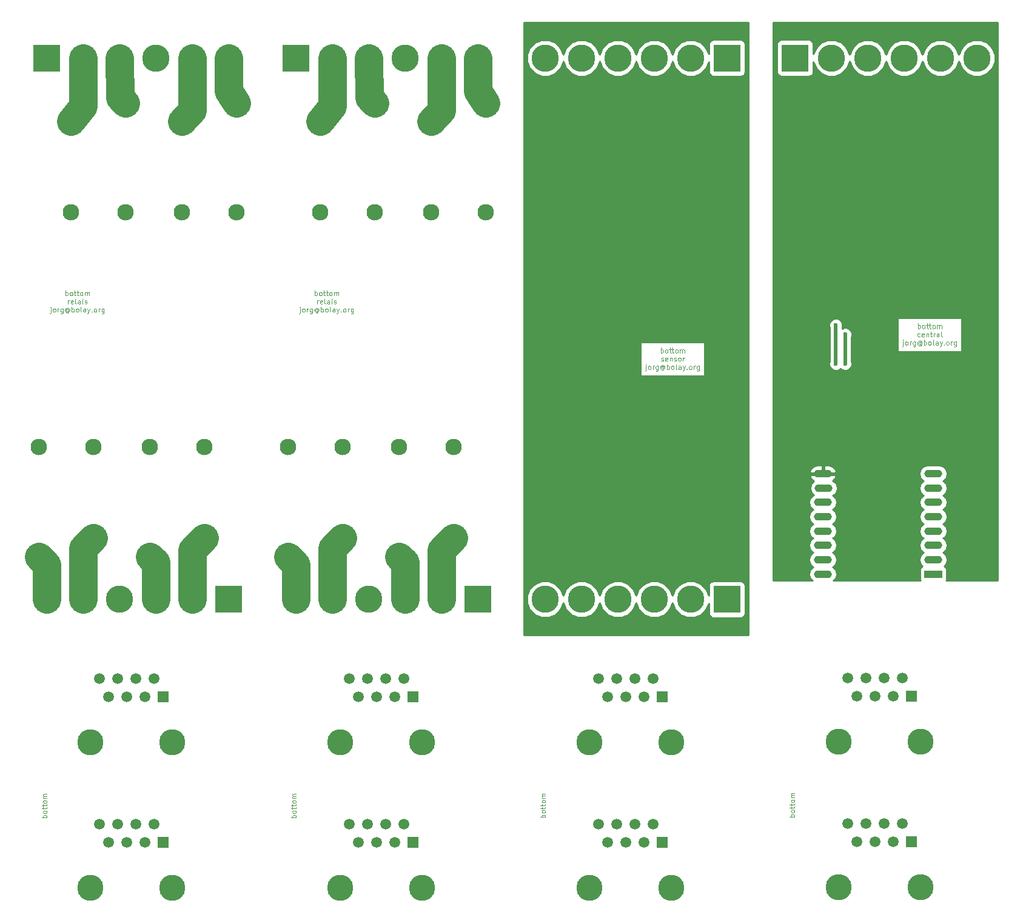
<source format=gbr>
G04 #@! TF.FileFunction,Copper,L2,Bot,Signal*
%FSLAX46Y46*%
G04 Gerber Fmt 4.6, Leading zero omitted, Abs format (unit mm)*
G04 Created by KiCad (PCBNEW 4.0.4-1.fc24-product) date Sun Dec  4 16:57:25 2016*
%MOMM*%
%LPD*%
G01*
G04 APERTURE LIST*
%ADD10C,0.100000*%
%ADD11C,2.300000*%
%ADD12C,3.810000*%
%ADD13R,3.810000X3.810000*%
%ADD14R,2.500000X1.100000*%
%ADD15O,2.500000X1.100000*%
%ADD16C,3.649980*%
%ADD17R,1.501140X1.501140*%
%ADD18C,1.501140*%
%ADD19C,0.600000*%
%ADD20C,0.250000*%
%ADD21C,0.500000*%
%ADD22C,4.000000*%
%ADD23C,0.254000*%
G04 APERTURE END LIST*
D10*
X40950001Y-75216667D02*
X40950001Y-74516667D01*
X40950001Y-74783333D02*
X41016667Y-74750000D01*
X41150001Y-74750000D01*
X41216667Y-74783333D01*
X41250001Y-74816667D01*
X41283334Y-74883333D01*
X41283334Y-75083333D01*
X41250001Y-75150000D01*
X41216667Y-75183333D01*
X41150001Y-75216667D01*
X41016667Y-75216667D01*
X40950001Y-75183333D01*
X41683334Y-75216667D02*
X41616667Y-75183333D01*
X41583334Y-75150000D01*
X41550000Y-75083333D01*
X41550000Y-74883333D01*
X41583334Y-74816667D01*
X41616667Y-74783333D01*
X41683334Y-74750000D01*
X41783334Y-74750000D01*
X41850000Y-74783333D01*
X41883334Y-74816667D01*
X41916667Y-74883333D01*
X41916667Y-75083333D01*
X41883334Y-75150000D01*
X41850000Y-75183333D01*
X41783334Y-75216667D01*
X41683334Y-75216667D01*
X42116667Y-74750000D02*
X42383333Y-74750000D01*
X42216667Y-74516667D02*
X42216667Y-75116667D01*
X42250000Y-75183333D01*
X42316667Y-75216667D01*
X42383333Y-75216667D01*
X42516667Y-74750000D02*
X42783333Y-74750000D01*
X42616667Y-74516667D02*
X42616667Y-75116667D01*
X42650000Y-75183333D01*
X42716667Y-75216667D01*
X42783333Y-75216667D01*
X43116667Y-75216667D02*
X43050000Y-75183333D01*
X43016667Y-75150000D01*
X42983333Y-75083333D01*
X42983333Y-74883333D01*
X43016667Y-74816667D01*
X43050000Y-74783333D01*
X43116667Y-74750000D01*
X43216667Y-74750000D01*
X43283333Y-74783333D01*
X43316667Y-74816667D01*
X43350000Y-74883333D01*
X43350000Y-75083333D01*
X43316667Y-75150000D01*
X43283333Y-75183333D01*
X43216667Y-75216667D01*
X43116667Y-75216667D01*
X43650000Y-75216667D02*
X43650000Y-74750000D01*
X43650000Y-74816667D02*
X43683333Y-74783333D01*
X43750000Y-74750000D01*
X43850000Y-74750000D01*
X43916666Y-74783333D01*
X43950000Y-74850000D01*
X43950000Y-75216667D01*
X43950000Y-74850000D02*
X43983333Y-74783333D01*
X44050000Y-74750000D01*
X44150000Y-74750000D01*
X44216666Y-74783333D01*
X44250000Y-74850000D01*
X44250000Y-75216667D01*
X41300001Y-76366667D02*
X41300001Y-75900000D01*
X41300001Y-76033333D02*
X41333334Y-75966667D01*
X41366667Y-75933333D01*
X41433334Y-75900000D01*
X41500001Y-75900000D01*
X42000000Y-76333333D02*
X41933334Y-76366667D01*
X41800000Y-76366667D01*
X41733334Y-76333333D01*
X41700000Y-76266667D01*
X41700000Y-76000000D01*
X41733334Y-75933333D01*
X41800000Y-75900000D01*
X41933334Y-75900000D01*
X42000000Y-75933333D01*
X42033334Y-76000000D01*
X42033334Y-76066667D01*
X41700000Y-76133333D01*
X42433334Y-76366667D02*
X42366667Y-76333333D01*
X42333334Y-76266667D01*
X42333334Y-75666667D01*
X43000001Y-76366667D02*
X43000001Y-76000000D01*
X42966667Y-75933333D01*
X42900001Y-75900000D01*
X42766667Y-75900000D01*
X42700001Y-75933333D01*
X43000001Y-76333333D02*
X42933334Y-76366667D01*
X42766667Y-76366667D01*
X42700001Y-76333333D01*
X42666667Y-76266667D01*
X42666667Y-76200000D01*
X42700001Y-76133333D01*
X42766667Y-76100000D01*
X42933334Y-76100000D01*
X43000001Y-76066667D01*
X43333334Y-76366667D02*
X43333334Y-75900000D01*
X43333334Y-75666667D02*
X43300000Y-75700000D01*
X43333334Y-75733333D01*
X43366667Y-75700000D01*
X43333334Y-75666667D01*
X43333334Y-75733333D01*
X43633333Y-76333333D02*
X43700000Y-76366667D01*
X43833333Y-76366667D01*
X43900000Y-76333333D01*
X43933333Y-76266667D01*
X43933333Y-76233333D01*
X43900000Y-76166667D01*
X43833333Y-76133333D01*
X43733333Y-76133333D01*
X43666667Y-76100000D01*
X43633333Y-76033333D01*
X43633333Y-76000000D01*
X43666667Y-75933333D01*
X43733333Y-75900000D01*
X43833333Y-75900000D01*
X43900000Y-75933333D01*
X38883336Y-77050000D02*
X38883336Y-77650000D01*
X38850002Y-77716667D01*
X38783336Y-77750000D01*
X38750002Y-77750000D01*
X38883336Y-76816667D02*
X38850002Y-76850000D01*
X38883336Y-76883333D01*
X38916669Y-76850000D01*
X38883336Y-76816667D01*
X38883336Y-76883333D01*
X39316669Y-77516667D02*
X39250002Y-77483333D01*
X39216669Y-77450000D01*
X39183335Y-77383333D01*
X39183335Y-77183333D01*
X39216669Y-77116667D01*
X39250002Y-77083333D01*
X39316669Y-77050000D01*
X39416669Y-77050000D01*
X39483335Y-77083333D01*
X39516669Y-77116667D01*
X39550002Y-77183333D01*
X39550002Y-77383333D01*
X39516669Y-77450000D01*
X39483335Y-77483333D01*
X39416669Y-77516667D01*
X39316669Y-77516667D01*
X39850002Y-77516667D02*
X39850002Y-77050000D01*
X39850002Y-77183333D02*
X39883335Y-77116667D01*
X39916668Y-77083333D01*
X39983335Y-77050000D01*
X40050002Y-77050000D01*
X40583335Y-77050000D02*
X40583335Y-77616667D01*
X40550001Y-77683333D01*
X40516668Y-77716667D01*
X40450001Y-77750000D01*
X40350001Y-77750000D01*
X40283335Y-77716667D01*
X40583335Y-77483333D02*
X40516668Y-77516667D01*
X40383335Y-77516667D01*
X40316668Y-77483333D01*
X40283335Y-77450000D01*
X40250001Y-77383333D01*
X40250001Y-77183333D01*
X40283335Y-77116667D01*
X40316668Y-77083333D01*
X40383335Y-77050000D01*
X40516668Y-77050000D01*
X40583335Y-77083333D01*
X41350001Y-77183333D02*
X41316668Y-77150000D01*
X41250001Y-77116667D01*
X41183334Y-77116667D01*
X41116668Y-77150000D01*
X41083334Y-77183333D01*
X41050001Y-77250000D01*
X41050001Y-77316667D01*
X41083334Y-77383333D01*
X41116668Y-77416667D01*
X41183334Y-77450000D01*
X41250001Y-77450000D01*
X41316668Y-77416667D01*
X41350001Y-77383333D01*
X41350001Y-77116667D02*
X41350001Y-77383333D01*
X41383334Y-77416667D01*
X41416668Y-77416667D01*
X41483334Y-77383333D01*
X41516668Y-77316667D01*
X41516668Y-77150000D01*
X41450001Y-77050000D01*
X41350001Y-76983333D01*
X41216668Y-76950000D01*
X41083334Y-76983333D01*
X40983334Y-77050000D01*
X40916668Y-77150000D01*
X40883334Y-77283333D01*
X40916668Y-77416667D01*
X40983334Y-77516667D01*
X41083334Y-77583333D01*
X41216668Y-77616667D01*
X41350001Y-77583333D01*
X41450001Y-77516667D01*
X41816668Y-77516667D02*
X41816668Y-76816667D01*
X41816668Y-77083333D02*
X41883334Y-77050000D01*
X42016668Y-77050000D01*
X42083334Y-77083333D01*
X42116668Y-77116667D01*
X42150001Y-77183333D01*
X42150001Y-77383333D01*
X42116668Y-77450000D01*
X42083334Y-77483333D01*
X42016668Y-77516667D01*
X41883334Y-77516667D01*
X41816668Y-77483333D01*
X42550001Y-77516667D02*
X42483334Y-77483333D01*
X42450001Y-77450000D01*
X42416667Y-77383333D01*
X42416667Y-77183333D01*
X42450001Y-77116667D01*
X42483334Y-77083333D01*
X42550001Y-77050000D01*
X42650001Y-77050000D01*
X42716667Y-77083333D01*
X42750001Y-77116667D01*
X42783334Y-77183333D01*
X42783334Y-77383333D01*
X42750001Y-77450000D01*
X42716667Y-77483333D01*
X42650001Y-77516667D01*
X42550001Y-77516667D01*
X43183334Y-77516667D02*
X43116667Y-77483333D01*
X43083334Y-77416667D01*
X43083334Y-76816667D01*
X43750001Y-77516667D02*
X43750001Y-77150000D01*
X43716667Y-77083333D01*
X43650001Y-77050000D01*
X43516667Y-77050000D01*
X43450001Y-77083333D01*
X43750001Y-77483333D02*
X43683334Y-77516667D01*
X43516667Y-77516667D01*
X43450001Y-77483333D01*
X43416667Y-77416667D01*
X43416667Y-77350000D01*
X43450001Y-77283333D01*
X43516667Y-77250000D01*
X43683334Y-77250000D01*
X43750001Y-77216667D01*
X44016667Y-77050000D02*
X44183334Y-77516667D01*
X44350000Y-77050000D02*
X44183334Y-77516667D01*
X44116667Y-77683333D01*
X44083334Y-77716667D01*
X44016667Y-77750000D01*
X44616667Y-77450000D02*
X44650000Y-77483333D01*
X44616667Y-77516667D01*
X44583333Y-77483333D01*
X44616667Y-77450000D01*
X44616667Y-77516667D01*
X45050000Y-77516667D02*
X44983333Y-77483333D01*
X44950000Y-77450000D01*
X44916666Y-77383333D01*
X44916666Y-77183333D01*
X44950000Y-77116667D01*
X44983333Y-77083333D01*
X45050000Y-77050000D01*
X45150000Y-77050000D01*
X45216666Y-77083333D01*
X45250000Y-77116667D01*
X45283333Y-77183333D01*
X45283333Y-77383333D01*
X45250000Y-77450000D01*
X45216666Y-77483333D01*
X45150000Y-77516667D01*
X45050000Y-77516667D01*
X45583333Y-77516667D02*
X45583333Y-77050000D01*
X45583333Y-77183333D02*
X45616666Y-77116667D01*
X45649999Y-77083333D01*
X45716666Y-77050000D01*
X45783333Y-77050000D01*
X46316666Y-77050000D02*
X46316666Y-77616667D01*
X46283332Y-77683333D01*
X46249999Y-77716667D01*
X46183332Y-77750000D01*
X46083332Y-77750000D01*
X46016666Y-77716667D01*
X46316666Y-77483333D02*
X46249999Y-77516667D01*
X46116666Y-77516667D01*
X46049999Y-77483333D01*
X46016666Y-77450000D01*
X45983332Y-77383333D01*
X45983332Y-77183333D01*
X46016666Y-77116667D01*
X46049999Y-77083333D01*
X46116666Y-77050000D01*
X46249999Y-77050000D01*
X46316666Y-77083333D01*
X75750001Y-75216667D02*
X75750001Y-74516667D01*
X75750001Y-74783333D02*
X75816667Y-74750000D01*
X75950001Y-74750000D01*
X76016667Y-74783333D01*
X76050001Y-74816667D01*
X76083334Y-74883333D01*
X76083334Y-75083333D01*
X76050001Y-75150000D01*
X76016667Y-75183333D01*
X75950001Y-75216667D01*
X75816667Y-75216667D01*
X75750001Y-75183333D01*
X76483334Y-75216667D02*
X76416667Y-75183333D01*
X76383334Y-75150000D01*
X76350000Y-75083333D01*
X76350000Y-74883333D01*
X76383334Y-74816667D01*
X76416667Y-74783333D01*
X76483334Y-74750000D01*
X76583334Y-74750000D01*
X76650000Y-74783333D01*
X76683334Y-74816667D01*
X76716667Y-74883333D01*
X76716667Y-75083333D01*
X76683334Y-75150000D01*
X76650000Y-75183333D01*
X76583334Y-75216667D01*
X76483334Y-75216667D01*
X76916667Y-74750000D02*
X77183333Y-74750000D01*
X77016667Y-74516667D02*
X77016667Y-75116667D01*
X77050000Y-75183333D01*
X77116667Y-75216667D01*
X77183333Y-75216667D01*
X77316667Y-74750000D02*
X77583333Y-74750000D01*
X77416667Y-74516667D02*
X77416667Y-75116667D01*
X77450000Y-75183333D01*
X77516667Y-75216667D01*
X77583333Y-75216667D01*
X77916667Y-75216667D02*
X77850000Y-75183333D01*
X77816667Y-75150000D01*
X77783333Y-75083333D01*
X77783333Y-74883333D01*
X77816667Y-74816667D01*
X77850000Y-74783333D01*
X77916667Y-74750000D01*
X78016667Y-74750000D01*
X78083333Y-74783333D01*
X78116667Y-74816667D01*
X78150000Y-74883333D01*
X78150000Y-75083333D01*
X78116667Y-75150000D01*
X78083333Y-75183333D01*
X78016667Y-75216667D01*
X77916667Y-75216667D01*
X78450000Y-75216667D02*
X78450000Y-74750000D01*
X78450000Y-74816667D02*
X78483333Y-74783333D01*
X78550000Y-74750000D01*
X78650000Y-74750000D01*
X78716666Y-74783333D01*
X78750000Y-74850000D01*
X78750000Y-75216667D01*
X78750000Y-74850000D02*
X78783333Y-74783333D01*
X78850000Y-74750000D01*
X78950000Y-74750000D01*
X79016666Y-74783333D01*
X79050000Y-74850000D01*
X79050000Y-75216667D01*
X76100001Y-76366667D02*
X76100001Y-75900000D01*
X76100001Y-76033333D02*
X76133334Y-75966667D01*
X76166667Y-75933333D01*
X76233334Y-75900000D01*
X76300001Y-75900000D01*
X76800000Y-76333333D02*
X76733334Y-76366667D01*
X76600000Y-76366667D01*
X76533334Y-76333333D01*
X76500000Y-76266667D01*
X76500000Y-76000000D01*
X76533334Y-75933333D01*
X76600000Y-75900000D01*
X76733334Y-75900000D01*
X76800000Y-75933333D01*
X76833334Y-76000000D01*
X76833334Y-76066667D01*
X76500000Y-76133333D01*
X77233334Y-76366667D02*
X77166667Y-76333333D01*
X77133334Y-76266667D01*
X77133334Y-75666667D01*
X77800001Y-76366667D02*
X77800001Y-76000000D01*
X77766667Y-75933333D01*
X77700001Y-75900000D01*
X77566667Y-75900000D01*
X77500001Y-75933333D01*
X77800001Y-76333333D02*
X77733334Y-76366667D01*
X77566667Y-76366667D01*
X77500001Y-76333333D01*
X77466667Y-76266667D01*
X77466667Y-76200000D01*
X77500001Y-76133333D01*
X77566667Y-76100000D01*
X77733334Y-76100000D01*
X77800001Y-76066667D01*
X78133334Y-76366667D02*
X78133334Y-75900000D01*
X78133334Y-75666667D02*
X78100000Y-75700000D01*
X78133334Y-75733333D01*
X78166667Y-75700000D01*
X78133334Y-75666667D01*
X78133334Y-75733333D01*
X78433333Y-76333333D02*
X78500000Y-76366667D01*
X78633333Y-76366667D01*
X78700000Y-76333333D01*
X78733333Y-76266667D01*
X78733333Y-76233333D01*
X78700000Y-76166667D01*
X78633333Y-76133333D01*
X78533333Y-76133333D01*
X78466667Y-76100000D01*
X78433333Y-76033333D01*
X78433333Y-76000000D01*
X78466667Y-75933333D01*
X78533333Y-75900000D01*
X78633333Y-75900000D01*
X78700000Y-75933333D01*
X73683336Y-77050000D02*
X73683336Y-77650000D01*
X73650002Y-77716667D01*
X73583336Y-77750000D01*
X73550002Y-77750000D01*
X73683336Y-76816667D02*
X73650002Y-76850000D01*
X73683336Y-76883333D01*
X73716669Y-76850000D01*
X73683336Y-76816667D01*
X73683336Y-76883333D01*
X74116669Y-77516667D02*
X74050002Y-77483333D01*
X74016669Y-77450000D01*
X73983335Y-77383333D01*
X73983335Y-77183333D01*
X74016669Y-77116667D01*
X74050002Y-77083333D01*
X74116669Y-77050000D01*
X74216669Y-77050000D01*
X74283335Y-77083333D01*
X74316669Y-77116667D01*
X74350002Y-77183333D01*
X74350002Y-77383333D01*
X74316669Y-77450000D01*
X74283335Y-77483333D01*
X74216669Y-77516667D01*
X74116669Y-77516667D01*
X74650002Y-77516667D02*
X74650002Y-77050000D01*
X74650002Y-77183333D02*
X74683335Y-77116667D01*
X74716668Y-77083333D01*
X74783335Y-77050000D01*
X74850002Y-77050000D01*
X75383335Y-77050000D02*
X75383335Y-77616667D01*
X75350001Y-77683333D01*
X75316668Y-77716667D01*
X75250001Y-77750000D01*
X75150001Y-77750000D01*
X75083335Y-77716667D01*
X75383335Y-77483333D02*
X75316668Y-77516667D01*
X75183335Y-77516667D01*
X75116668Y-77483333D01*
X75083335Y-77450000D01*
X75050001Y-77383333D01*
X75050001Y-77183333D01*
X75083335Y-77116667D01*
X75116668Y-77083333D01*
X75183335Y-77050000D01*
X75316668Y-77050000D01*
X75383335Y-77083333D01*
X76150001Y-77183333D02*
X76116668Y-77150000D01*
X76050001Y-77116667D01*
X75983334Y-77116667D01*
X75916668Y-77150000D01*
X75883334Y-77183333D01*
X75850001Y-77250000D01*
X75850001Y-77316667D01*
X75883334Y-77383333D01*
X75916668Y-77416667D01*
X75983334Y-77450000D01*
X76050001Y-77450000D01*
X76116668Y-77416667D01*
X76150001Y-77383333D01*
X76150001Y-77116667D02*
X76150001Y-77383333D01*
X76183334Y-77416667D01*
X76216668Y-77416667D01*
X76283334Y-77383333D01*
X76316668Y-77316667D01*
X76316668Y-77150000D01*
X76250001Y-77050000D01*
X76150001Y-76983333D01*
X76016668Y-76950000D01*
X75883334Y-76983333D01*
X75783334Y-77050000D01*
X75716668Y-77150000D01*
X75683334Y-77283333D01*
X75716668Y-77416667D01*
X75783334Y-77516667D01*
X75883334Y-77583333D01*
X76016668Y-77616667D01*
X76150001Y-77583333D01*
X76250001Y-77516667D01*
X76616668Y-77516667D02*
X76616668Y-76816667D01*
X76616668Y-77083333D02*
X76683334Y-77050000D01*
X76816668Y-77050000D01*
X76883334Y-77083333D01*
X76916668Y-77116667D01*
X76950001Y-77183333D01*
X76950001Y-77383333D01*
X76916668Y-77450000D01*
X76883334Y-77483333D01*
X76816668Y-77516667D01*
X76683334Y-77516667D01*
X76616668Y-77483333D01*
X77350001Y-77516667D02*
X77283334Y-77483333D01*
X77250001Y-77450000D01*
X77216667Y-77383333D01*
X77216667Y-77183333D01*
X77250001Y-77116667D01*
X77283334Y-77083333D01*
X77350001Y-77050000D01*
X77450001Y-77050000D01*
X77516667Y-77083333D01*
X77550001Y-77116667D01*
X77583334Y-77183333D01*
X77583334Y-77383333D01*
X77550001Y-77450000D01*
X77516667Y-77483333D01*
X77450001Y-77516667D01*
X77350001Y-77516667D01*
X77983334Y-77516667D02*
X77916667Y-77483333D01*
X77883334Y-77416667D01*
X77883334Y-76816667D01*
X78550001Y-77516667D02*
X78550001Y-77150000D01*
X78516667Y-77083333D01*
X78450001Y-77050000D01*
X78316667Y-77050000D01*
X78250001Y-77083333D01*
X78550001Y-77483333D02*
X78483334Y-77516667D01*
X78316667Y-77516667D01*
X78250001Y-77483333D01*
X78216667Y-77416667D01*
X78216667Y-77350000D01*
X78250001Y-77283333D01*
X78316667Y-77250000D01*
X78483334Y-77250000D01*
X78550001Y-77216667D01*
X78816667Y-77050000D02*
X78983334Y-77516667D01*
X79150000Y-77050000D02*
X78983334Y-77516667D01*
X78916667Y-77683333D01*
X78883334Y-77716667D01*
X78816667Y-77750000D01*
X79416667Y-77450000D02*
X79450000Y-77483333D01*
X79416667Y-77516667D01*
X79383333Y-77483333D01*
X79416667Y-77450000D01*
X79416667Y-77516667D01*
X79850000Y-77516667D02*
X79783333Y-77483333D01*
X79750000Y-77450000D01*
X79716666Y-77383333D01*
X79716666Y-77183333D01*
X79750000Y-77116667D01*
X79783333Y-77083333D01*
X79850000Y-77050000D01*
X79950000Y-77050000D01*
X80016666Y-77083333D01*
X80050000Y-77116667D01*
X80083333Y-77183333D01*
X80083333Y-77383333D01*
X80050000Y-77450000D01*
X80016666Y-77483333D01*
X79950000Y-77516667D01*
X79850000Y-77516667D01*
X80383333Y-77516667D02*
X80383333Y-77050000D01*
X80383333Y-77183333D02*
X80416666Y-77116667D01*
X80449999Y-77083333D01*
X80516666Y-77050000D01*
X80583333Y-77050000D01*
X81116666Y-77050000D02*
X81116666Y-77616667D01*
X81083332Y-77683333D01*
X81049999Y-77716667D01*
X80983332Y-77750000D01*
X80883332Y-77750000D01*
X80816666Y-77716667D01*
X81116666Y-77483333D02*
X81049999Y-77516667D01*
X80916666Y-77516667D01*
X80849999Y-77483333D01*
X80816666Y-77450000D01*
X80783332Y-77383333D01*
X80783332Y-77183333D01*
X80816666Y-77116667D01*
X80849999Y-77083333D01*
X80916666Y-77050000D01*
X81049999Y-77050000D01*
X81116666Y-77083333D01*
X124050001Y-83216667D02*
X124050001Y-82516667D01*
X124050001Y-82783333D02*
X124116667Y-82750000D01*
X124250001Y-82750000D01*
X124316667Y-82783333D01*
X124350001Y-82816667D01*
X124383334Y-82883333D01*
X124383334Y-83083333D01*
X124350001Y-83150000D01*
X124316667Y-83183333D01*
X124250001Y-83216667D01*
X124116667Y-83216667D01*
X124050001Y-83183333D01*
X124783334Y-83216667D02*
X124716667Y-83183333D01*
X124683334Y-83150000D01*
X124650000Y-83083333D01*
X124650000Y-82883333D01*
X124683334Y-82816667D01*
X124716667Y-82783333D01*
X124783334Y-82750000D01*
X124883334Y-82750000D01*
X124950000Y-82783333D01*
X124983334Y-82816667D01*
X125016667Y-82883333D01*
X125016667Y-83083333D01*
X124983334Y-83150000D01*
X124950000Y-83183333D01*
X124883334Y-83216667D01*
X124783334Y-83216667D01*
X125216667Y-82750000D02*
X125483333Y-82750000D01*
X125316667Y-82516667D02*
X125316667Y-83116667D01*
X125350000Y-83183333D01*
X125416667Y-83216667D01*
X125483333Y-83216667D01*
X125616667Y-82750000D02*
X125883333Y-82750000D01*
X125716667Y-82516667D02*
X125716667Y-83116667D01*
X125750000Y-83183333D01*
X125816667Y-83216667D01*
X125883333Y-83216667D01*
X126216667Y-83216667D02*
X126150000Y-83183333D01*
X126116667Y-83150000D01*
X126083333Y-83083333D01*
X126083333Y-82883333D01*
X126116667Y-82816667D01*
X126150000Y-82783333D01*
X126216667Y-82750000D01*
X126316667Y-82750000D01*
X126383333Y-82783333D01*
X126416667Y-82816667D01*
X126450000Y-82883333D01*
X126450000Y-83083333D01*
X126416667Y-83150000D01*
X126383333Y-83183333D01*
X126316667Y-83216667D01*
X126216667Y-83216667D01*
X126750000Y-83216667D02*
X126750000Y-82750000D01*
X126750000Y-82816667D02*
X126783333Y-82783333D01*
X126850000Y-82750000D01*
X126950000Y-82750000D01*
X127016666Y-82783333D01*
X127050000Y-82850000D01*
X127050000Y-83216667D01*
X127050000Y-82850000D02*
X127083333Y-82783333D01*
X127150000Y-82750000D01*
X127250000Y-82750000D01*
X127316666Y-82783333D01*
X127350000Y-82850000D01*
X127350000Y-83216667D01*
X124116667Y-84333333D02*
X124183334Y-84366667D01*
X124316667Y-84366667D01*
X124383334Y-84333333D01*
X124416667Y-84266667D01*
X124416667Y-84233333D01*
X124383334Y-84166667D01*
X124316667Y-84133333D01*
X124216667Y-84133333D01*
X124150001Y-84100000D01*
X124116667Y-84033333D01*
X124116667Y-84000000D01*
X124150001Y-83933333D01*
X124216667Y-83900000D01*
X124316667Y-83900000D01*
X124383334Y-83933333D01*
X124983334Y-84333333D02*
X124916668Y-84366667D01*
X124783334Y-84366667D01*
X124716668Y-84333333D01*
X124683334Y-84266667D01*
X124683334Y-84000000D01*
X124716668Y-83933333D01*
X124783334Y-83900000D01*
X124916668Y-83900000D01*
X124983334Y-83933333D01*
X125016668Y-84000000D01*
X125016668Y-84066667D01*
X124683334Y-84133333D01*
X125316668Y-83900000D02*
X125316668Y-84366667D01*
X125316668Y-83966667D02*
X125350001Y-83933333D01*
X125416668Y-83900000D01*
X125516668Y-83900000D01*
X125583334Y-83933333D01*
X125616668Y-84000000D01*
X125616668Y-84366667D01*
X125916667Y-84333333D02*
X125983334Y-84366667D01*
X126116667Y-84366667D01*
X126183334Y-84333333D01*
X126216667Y-84266667D01*
X126216667Y-84233333D01*
X126183334Y-84166667D01*
X126116667Y-84133333D01*
X126016667Y-84133333D01*
X125950001Y-84100000D01*
X125916667Y-84033333D01*
X125916667Y-84000000D01*
X125950001Y-83933333D01*
X126016667Y-83900000D01*
X126116667Y-83900000D01*
X126183334Y-83933333D01*
X126616668Y-84366667D02*
X126550001Y-84333333D01*
X126516668Y-84300000D01*
X126483334Y-84233333D01*
X126483334Y-84033333D01*
X126516668Y-83966667D01*
X126550001Y-83933333D01*
X126616668Y-83900000D01*
X126716668Y-83900000D01*
X126783334Y-83933333D01*
X126816668Y-83966667D01*
X126850001Y-84033333D01*
X126850001Y-84233333D01*
X126816668Y-84300000D01*
X126783334Y-84333333D01*
X126716668Y-84366667D01*
X126616668Y-84366667D01*
X127150001Y-84366667D02*
X127150001Y-83900000D01*
X127150001Y-84033333D02*
X127183334Y-83966667D01*
X127216667Y-83933333D01*
X127283334Y-83900000D01*
X127350001Y-83900000D01*
X121983336Y-85050000D02*
X121983336Y-85650000D01*
X121950002Y-85716667D01*
X121883336Y-85750000D01*
X121850002Y-85750000D01*
X121983336Y-84816667D02*
X121950002Y-84850000D01*
X121983336Y-84883333D01*
X122016669Y-84850000D01*
X121983336Y-84816667D01*
X121983336Y-84883333D01*
X122416669Y-85516667D02*
X122350002Y-85483333D01*
X122316669Y-85450000D01*
X122283335Y-85383333D01*
X122283335Y-85183333D01*
X122316669Y-85116667D01*
X122350002Y-85083333D01*
X122416669Y-85050000D01*
X122516669Y-85050000D01*
X122583335Y-85083333D01*
X122616669Y-85116667D01*
X122650002Y-85183333D01*
X122650002Y-85383333D01*
X122616669Y-85450000D01*
X122583335Y-85483333D01*
X122516669Y-85516667D01*
X122416669Y-85516667D01*
X122950002Y-85516667D02*
X122950002Y-85050000D01*
X122950002Y-85183333D02*
X122983335Y-85116667D01*
X123016668Y-85083333D01*
X123083335Y-85050000D01*
X123150002Y-85050000D01*
X123683335Y-85050000D02*
X123683335Y-85616667D01*
X123650001Y-85683333D01*
X123616668Y-85716667D01*
X123550001Y-85750000D01*
X123450001Y-85750000D01*
X123383335Y-85716667D01*
X123683335Y-85483333D02*
X123616668Y-85516667D01*
X123483335Y-85516667D01*
X123416668Y-85483333D01*
X123383335Y-85450000D01*
X123350001Y-85383333D01*
X123350001Y-85183333D01*
X123383335Y-85116667D01*
X123416668Y-85083333D01*
X123483335Y-85050000D01*
X123616668Y-85050000D01*
X123683335Y-85083333D01*
X124450001Y-85183333D02*
X124416668Y-85150000D01*
X124350001Y-85116667D01*
X124283334Y-85116667D01*
X124216668Y-85150000D01*
X124183334Y-85183333D01*
X124150001Y-85250000D01*
X124150001Y-85316667D01*
X124183334Y-85383333D01*
X124216668Y-85416667D01*
X124283334Y-85450000D01*
X124350001Y-85450000D01*
X124416668Y-85416667D01*
X124450001Y-85383333D01*
X124450001Y-85116667D02*
X124450001Y-85383333D01*
X124483334Y-85416667D01*
X124516668Y-85416667D01*
X124583334Y-85383333D01*
X124616668Y-85316667D01*
X124616668Y-85150000D01*
X124550001Y-85050000D01*
X124450001Y-84983333D01*
X124316668Y-84950000D01*
X124183334Y-84983333D01*
X124083334Y-85050000D01*
X124016668Y-85150000D01*
X123983334Y-85283333D01*
X124016668Y-85416667D01*
X124083334Y-85516667D01*
X124183334Y-85583333D01*
X124316668Y-85616667D01*
X124450001Y-85583333D01*
X124550001Y-85516667D01*
X124916668Y-85516667D02*
X124916668Y-84816667D01*
X124916668Y-85083333D02*
X124983334Y-85050000D01*
X125116668Y-85050000D01*
X125183334Y-85083333D01*
X125216668Y-85116667D01*
X125250001Y-85183333D01*
X125250001Y-85383333D01*
X125216668Y-85450000D01*
X125183334Y-85483333D01*
X125116668Y-85516667D01*
X124983334Y-85516667D01*
X124916668Y-85483333D01*
X125650001Y-85516667D02*
X125583334Y-85483333D01*
X125550001Y-85450000D01*
X125516667Y-85383333D01*
X125516667Y-85183333D01*
X125550001Y-85116667D01*
X125583334Y-85083333D01*
X125650001Y-85050000D01*
X125750001Y-85050000D01*
X125816667Y-85083333D01*
X125850001Y-85116667D01*
X125883334Y-85183333D01*
X125883334Y-85383333D01*
X125850001Y-85450000D01*
X125816667Y-85483333D01*
X125750001Y-85516667D01*
X125650001Y-85516667D01*
X126283334Y-85516667D02*
X126216667Y-85483333D01*
X126183334Y-85416667D01*
X126183334Y-84816667D01*
X126850001Y-85516667D02*
X126850001Y-85150000D01*
X126816667Y-85083333D01*
X126750001Y-85050000D01*
X126616667Y-85050000D01*
X126550001Y-85083333D01*
X126850001Y-85483333D02*
X126783334Y-85516667D01*
X126616667Y-85516667D01*
X126550001Y-85483333D01*
X126516667Y-85416667D01*
X126516667Y-85350000D01*
X126550001Y-85283333D01*
X126616667Y-85250000D01*
X126783334Y-85250000D01*
X126850001Y-85216667D01*
X127116667Y-85050000D02*
X127283334Y-85516667D01*
X127450000Y-85050000D02*
X127283334Y-85516667D01*
X127216667Y-85683333D01*
X127183334Y-85716667D01*
X127116667Y-85750000D01*
X127716667Y-85450000D02*
X127750000Y-85483333D01*
X127716667Y-85516667D01*
X127683333Y-85483333D01*
X127716667Y-85450000D01*
X127716667Y-85516667D01*
X128150000Y-85516667D02*
X128083333Y-85483333D01*
X128050000Y-85450000D01*
X128016666Y-85383333D01*
X128016666Y-85183333D01*
X128050000Y-85116667D01*
X128083333Y-85083333D01*
X128150000Y-85050000D01*
X128250000Y-85050000D01*
X128316666Y-85083333D01*
X128350000Y-85116667D01*
X128383333Y-85183333D01*
X128383333Y-85383333D01*
X128350000Y-85450000D01*
X128316666Y-85483333D01*
X128250000Y-85516667D01*
X128150000Y-85516667D01*
X128683333Y-85516667D02*
X128683333Y-85050000D01*
X128683333Y-85183333D02*
X128716666Y-85116667D01*
X128749999Y-85083333D01*
X128816666Y-85050000D01*
X128883333Y-85050000D01*
X129416666Y-85050000D02*
X129416666Y-85616667D01*
X129383332Y-85683333D01*
X129349999Y-85716667D01*
X129283332Y-85750000D01*
X129183332Y-85750000D01*
X129116666Y-85716667D01*
X129416666Y-85483333D02*
X129349999Y-85516667D01*
X129216666Y-85516667D01*
X129149999Y-85483333D01*
X129116666Y-85450000D01*
X129083332Y-85383333D01*
X129083332Y-85183333D01*
X129116666Y-85116667D01*
X129149999Y-85083333D01*
X129216666Y-85050000D01*
X129349999Y-85050000D01*
X129416666Y-85083333D01*
X159950001Y-79816667D02*
X159950001Y-79116667D01*
X159950001Y-79383333D02*
X160016667Y-79350000D01*
X160150001Y-79350000D01*
X160216667Y-79383333D01*
X160250001Y-79416667D01*
X160283334Y-79483333D01*
X160283334Y-79683333D01*
X160250001Y-79750000D01*
X160216667Y-79783333D01*
X160150001Y-79816667D01*
X160016667Y-79816667D01*
X159950001Y-79783333D01*
X160683334Y-79816667D02*
X160616667Y-79783333D01*
X160583334Y-79750000D01*
X160550000Y-79683333D01*
X160550000Y-79483333D01*
X160583334Y-79416667D01*
X160616667Y-79383333D01*
X160683334Y-79350000D01*
X160783334Y-79350000D01*
X160850000Y-79383333D01*
X160883334Y-79416667D01*
X160916667Y-79483333D01*
X160916667Y-79683333D01*
X160883334Y-79750000D01*
X160850000Y-79783333D01*
X160783334Y-79816667D01*
X160683334Y-79816667D01*
X161116667Y-79350000D02*
X161383333Y-79350000D01*
X161216667Y-79116667D02*
X161216667Y-79716667D01*
X161250000Y-79783333D01*
X161316667Y-79816667D01*
X161383333Y-79816667D01*
X161516667Y-79350000D02*
X161783333Y-79350000D01*
X161616667Y-79116667D02*
X161616667Y-79716667D01*
X161650000Y-79783333D01*
X161716667Y-79816667D01*
X161783333Y-79816667D01*
X162116667Y-79816667D02*
X162050000Y-79783333D01*
X162016667Y-79750000D01*
X161983333Y-79683333D01*
X161983333Y-79483333D01*
X162016667Y-79416667D01*
X162050000Y-79383333D01*
X162116667Y-79350000D01*
X162216667Y-79350000D01*
X162283333Y-79383333D01*
X162316667Y-79416667D01*
X162350000Y-79483333D01*
X162350000Y-79683333D01*
X162316667Y-79750000D01*
X162283333Y-79783333D01*
X162216667Y-79816667D01*
X162116667Y-79816667D01*
X162650000Y-79816667D02*
X162650000Y-79350000D01*
X162650000Y-79416667D02*
X162683333Y-79383333D01*
X162750000Y-79350000D01*
X162850000Y-79350000D01*
X162916666Y-79383333D01*
X162950000Y-79450000D01*
X162950000Y-79816667D01*
X162950000Y-79450000D02*
X162983333Y-79383333D01*
X163050000Y-79350000D01*
X163150000Y-79350000D01*
X163216666Y-79383333D01*
X163250000Y-79450000D01*
X163250000Y-79816667D01*
X160233334Y-80933333D02*
X160166667Y-80966667D01*
X160033334Y-80966667D01*
X159966667Y-80933333D01*
X159933334Y-80900000D01*
X159900000Y-80833333D01*
X159900000Y-80633333D01*
X159933334Y-80566667D01*
X159966667Y-80533333D01*
X160033334Y-80500000D01*
X160166667Y-80500000D01*
X160233334Y-80533333D01*
X160800000Y-80933333D02*
X160733334Y-80966667D01*
X160600000Y-80966667D01*
X160533334Y-80933333D01*
X160500000Y-80866667D01*
X160500000Y-80600000D01*
X160533334Y-80533333D01*
X160600000Y-80500000D01*
X160733334Y-80500000D01*
X160800000Y-80533333D01*
X160833334Y-80600000D01*
X160833334Y-80666667D01*
X160500000Y-80733333D01*
X161133334Y-80500000D02*
X161133334Y-80966667D01*
X161133334Y-80566667D02*
X161166667Y-80533333D01*
X161233334Y-80500000D01*
X161333334Y-80500000D01*
X161400000Y-80533333D01*
X161433334Y-80600000D01*
X161433334Y-80966667D01*
X161666667Y-80500000D02*
X161933333Y-80500000D01*
X161766667Y-80266667D02*
X161766667Y-80866667D01*
X161800000Y-80933333D01*
X161866667Y-80966667D01*
X161933333Y-80966667D01*
X162166667Y-80966667D02*
X162166667Y-80500000D01*
X162166667Y-80633333D02*
X162200000Y-80566667D01*
X162233333Y-80533333D01*
X162300000Y-80500000D01*
X162366667Y-80500000D01*
X162900000Y-80966667D02*
X162900000Y-80600000D01*
X162866666Y-80533333D01*
X162800000Y-80500000D01*
X162666666Y-80500000D01*
X162600000Y-80533333D01*
X162900000Y-80933333D02*
X162833333Y-80966667D01*
X162666666Y-80966667D01*
X162600000Y-80933333D01*
X162566666Y-80866667D01*
X162566666Y-80800000D01*
X162600000Y-80733333D01*
X162666666Y-80700000D01*
X162833333Y-80700000D01*
X162900000Y-80666667D01*
X163333333Y-80966667D02*
X163266666Y-80933333D01*
X163233333Y-80866667D01*
X163233333Y-80266667D01*
X157883336Y-81650000D02*
X157883336Y-82250000D01*
X157850002Y-82316667D01*
X157783336Y-82350000D01*
X157750002Y-82350000D01*
X157883336Y-81416667D02*
X157850002Y-81450000D01*
X157883336Y-81483333D01*
X157916669Y-81450000D01*
X157883336Y-81416667D01*
X157883336Y-81483333D01*
X158316669Y-82116667D02*
X158250002Y-82083333D01*
X158216669Y-82050000D01*
X158183335Y-81983333D01*
X158183335Y-81783333D01*
X158216669Y-81716667D01*
X158250002Y-81683333D01*
X158316669Y-81650000D01*
X158416669Y-81650000D01*
X158483335Y-81683333D01*
X158516669Y-81716667D01*
X158550002Y-81783333D01*
X158550002Y-81983333D01*
X158516669Y-82050000D01*
X158483335Y-82083333D01*
X158416669Y-82116667D01*
X158316669Y-82116667D01*
X158850002Y-82116667D02*
X158850002Y-81650000D01*
X158850002Y-81783333D02*
X158883335Y-81716667D01*
X158916668Y-81683333D01*
X158983335Y-81650000D01*
X159050002Y-81650000D01*
X159583335Y-81650000D02*
X159583335Y-82216667D01*
X159550001Y-82283333D01*
X159516668Y-82316667D01*
X159450001Y-82350000D01*
X159350001Y-82350000D01*
X159283335Y-82316667D01*
X159583335Y-82083333D02*
X159516668Y-82116667D01*
X159383335Y-82116667D01*
X159316668Y-82083333D01*
X159283335Y-82050000D01*
X159250001Y-81983333D01*
X159250001Y-81783333D01*
X159283335Y-81716667D01*
X159316668Y-81683333D01*
X159383335Y-81650000D01*
X159516668Y-81650000D01*
X159583335Y-81683333D01*
X160350001Y-81783333D02*
X160316668Y-81750000D01*
X160250001Y-81716667D01*
X160183334Y-81716667D01*
X160116668Y-81750000D01*
X160083334Y-81783333D01*
X160050001Y-81850000D01*
X160050001Y-81916667D01*
X160083334Y-81983333D01*
X160116668Y-82016667D01*
X160183334Y-82050000D01*
X160250001Y-82050000D01*
X160316668Y-82016667D01*
X160350001Y-81983333D01*
X160350001Y-81716667D02*
X160350001Y-81983333D01*
X160383334Y-82016667D01*
X160416668Y-82016667D01*
X160483334Y-81983333D01*
X160516668Y-81916667D01*
X160516668Y-81750000D01*
X160450001Y-81650000D01*
X160350001Y-81583333D01*
X160216668Y-81550000D01*
X160083334Y-81583333D01*
X159983334Y-81650000D01*
X159916668Y-81750000D01*
X159883334Y-81883333D01*
X159916668Y-82016667D01*
X159983334Y-82116667D01*
X160083334Y-82183333D01*
X160216668Y-82216667D01*
X160350001Y-82183333D01*
X160450001Y-82116667D01*
X160816668Y-82116667D02*
X160816668Y-81416667D01*
X160816668Y-81683333D02*
X160883334Y-81650000D01*
X161016668Y-81650000D01*
X161083334Y-81683333D01*
X161116668Y-81716667D01*
X161150001Y-81783333D01*
X161150001Y-81983333D01*
X161116668Y-82050000D01*
X161083334Y-82083333D01*
X161016668Y-82116667D01*
X160883334Y-82116667D01*
X160816668Y-82083333D01*
X161550001Y-82116667D02*
X161483334Y-82083333D01*
X161450001Y-82050000D01*
X161416667Y-81983333D01*
X161416667Y-81783333D01*
X161450001Y-81716667D01*
X161483334Y-81683333D01*
X161550001Y-81650000D01*
X161650001Y-81650000D01*
X161716667Y-81683333D01*
X161750001Y-81716667D01*
X161783334Y-81783333D01*
X161783334Y-81983333D01*
X161750001Y-82050000D01*
X161716667Y-82083333D01*
X161650001Y-82116667D01*
X161550001Y-82116667D01*
X162183334Y-82116667D02*
X162116667Y-82083333D01*
X162083334Y-82016667D01*
X162083334Y-81416667D01*
X162750001Y-82116667D02*
X162750001Y-81750000D01*
X162716667Y-81683333D01*
X162650001Y-81650000D01*
X162516667Y-81650000D01*
X162450001Y-81683333D01*
X162750001Y-82083333D02*
X162683334Y-82116667D01*
X162516667Y-82116667D01*
X162450001Y-82083333D01*
X162416667Y-82016667D01*
X162416667Y-81950000D01*
X162450001Y-81883333D01*
X162516667Y-81850000D01*
X162683334Y-81850000D01*
X162750001Y-81816667D01*
X163016667Y-81650000D02*
X163183334Y-82116667D01*
X163350000Y-81650000D02*
X163183334Y-82116667D01*
X163116667Y-82283333D01*
X163083334Y-82316667D01*
X163016667Y-82350000D01*
X163616667Y-82050000D02*
X163650000Y-82083333D01*
X163616667Y-82116667D01*
X163583333Y-82083333D01*
X163616667Y-82050000D01*
X163616667Y-82116667D01*
X164050000Y-82116667D02*
X163983333Y-82083333D01*
X163950000Y-82050000D01*
X163916666Y-81983333D01*
X163916666Y-81783333D01*
X163950000Y-81716667D01*
X163983333Y-81683333D01*
X164050000Y-81650000D01*
X164150000Y-81650000D01*
X164216666Y-81683333D01*
X164250000Y-81716667D01*
X164283333Y-81783333D01*
X164283333Y-81983333D01*
X164250000Y-82050000D01*
X164216666Y-82083333D01*
X164150000Y-82116667D01*
X164050000Y-82116667D01*
X164583333Y-82116667D02*
X164583333Y-81650000D01*
X164583333Y-81783333D02*
X164616666Y-81716667D01*
X164649999Y-81683333D01*
X164716666Y-81650000D01*
X164783333Y-81650000D01*
X165316666Y-81650000D02*
X165316666Y-82216667D01*
X165283332Y-82283333D01*
X165249999Y-82316667D01*
X165183332Y-82350000D01*
X165083332Y-82350000D01*
X165016666Y-82316667D01*
X165316666Y-82083333D02*
X165249999Y-82116667D01*
X165116666Y-82116667D01*
X165049999Y-82083333D01*
X165016666Y-82050000D01*
X164983332Y-81983333D01*
X164983332Y-81783333D01*
X165016666Y-81716667D01*
X165049999Y-81683333D01*
X165116666Y-81650000D01*
X165249999Y-81650000D01*
X165316666Y-81683333D01*
X38316667Y-148099999D02*
X37616667Y-148099999D01*
X37883333Y-148099999D02*
X37850000Y-148033333D01*
X37850000Y-147899999D01*
X37883333Y-147833333D01*
X37916667Y-147799999D01*
X37983333Y-147766666D01*
X38183333Y-147766666D01*
X38250000Y-147799999D01*
X38283333Y-147833333D01*
X38316667Y-147899999D01*
X38316667Y-148033333D01*
X38283333Y-148099999D01*
X38316667Y-147366666D02*
X38283333Y-147433333D01*
X38250000Y-147466666D01*
X38183333Y-147500000D01*
X37983333Y-147500000D01*
X37916667Y-147466666D01*
X37883333Y-147433333D01*
X37850000Y-147366666D01*
X37850000Y-147266666D01*
X37883333Y-147200000D01*
X37916667Y-147166666D01*
X37983333Y-147133333D01*
X38183333Y-147133333D01*
X38250000Y-147166666D01*
X38283333Y-147200000D01*
X38316667Y-147266666D01*
X38316667Y-147366666D01*
X37850000Y-146933333D02*
X37850000Y-146666667D01*
X37616667Y-146833333D02*
X38216667Y-146833333D01*
X38283333Y-146800000D01*
X38316667Y-146733333D01*
X38316667Y-146666667D01*
X37850000Y-146533333D02*
X37850000Y-146266667D01*
X37616667Y-146433333D02*
X38216667Y-146433333D01*
X38283333Y-146400000D01*
X38316667Y-146333333D01*
X38316667Y-146266667D01*
X38316667Y-145933333D02*
X38283333Y-146000000D01*
X38250000Y-146033333D01*
X38183333Y-146066667D01*
X37983333Y-146066667D01*
X37916667Y-146033333D01*
X37883333Y-146000000D01*
X37850000Y-145933333D01*
X37850000Y-145833333D01*
X37883333Y-145766667D01*
X37916667Y-145733333D01*
X37983333Y-145700000D01*
X38183333Y-145700000D01*
X38250000Y-145733333D01*
X38283333Y-145766667D01*
X38316667Y-145833333D01*
X38316667Y-145933333D01*
X38316667Y-145400000D02*
X37850000Y-145400000D01*
X37916667Y-145400000D02*
X37883333Y-145366667D01*
X37850000Y-145300000D01*
X37850000Y-145200000D01*
X37883333Y-145133334D01*
X37950000Y-145100000D01*
X38316667Y-145100000D01*
X37950000Y-145100000D02*
X37883333Y-145066667D01*
X37850000Y-145000000D01*
X37850000Y-144900000D01*
X37883333Y-144833334D01*
X37950000Y-144800000D01*
X38316667Y-144800000D01*
X73116667Y-148099999D02*
X72416667Y-148099999D01*
X72683333Y-148099999D02*
X72650000Y-148033333D01*
X72650000Y-147899999D01*
X72683333Y-147833333D01*
X72716667Y-147799999D01*
X72783333Y-147766666D01*
X72983333Y-147766666D01*
X73050000Y-147799999D01*
X73083333Y-147833333D01*
X73116667Y-147899999D01*
X73116667Y-148033333D01*
X73083333Y-148099999D01*
X73116667Y-147366666D02*
X73083333Y-147433333D01*
X73050000Y-147466666D01*
X72983333Y-147500000D01*
X72783333Y-147500000D01*
X72716667Y-147466666D01*
X72683333Y-147433333D01*
X72650000Y-147366666D01*
X72650000Y-147266666D01*
X72683333Y-147200000D01*
X72716667Y-147166666D01*
X72783333Y-147133333D01*
X72983333Y-147133333D01*
X73050000Y-147166666D01*
X73083333Y-147200000D01*
X73116667Y-147266666D01*
X73116667Y-147366666D01*
X72650000Y-146933333D02*
X72650000Y-146666667D01*
X72416667Y-146833333D02*
X73016667Y-146833333D01*
X73083333Y-146800000D01*
X73116667Y-146733333D01*
X73116667Y-146666667D01*
X72650000Y-146533333D02*
X72650000Y-146266667D01*
X72416667Y-146433333D02*
X73016667Y-146433333D01*
X73083333Y-146400000D01*
X73116667Y-146333333D01*
X73116667Y-146266667D01*
X73116667Y-145933333D02*
X73083333Y-146000000D01*
X73050000Y-146033333D01*
X72983333Y-146066667D01*
X72783333Y-146066667D01*
X72716667Y-146033333D01*
X72683333Y-146000000D01*
X72650000Y-145933333D01*
X72650000Y-145833333D01*
X72683333Y-145766667D01*
X72716667Y-145733333D01*
X72783333Y-145700000D01*
X72983333Y-145700000D01*
X73050000Y-145733333D01*
X73083333Y-145766667D01*
X73116667Y-145833333D01*
X73116667Y-145933333D01*
X73116667Y-145400000D02*
X72650000Y-145400000D01*
X72716667Y-145400000D02*
X72683333Y-145366667D01*
X72650000Y-145300000D01*
X72650000Y-145200000D01*
X72683333Y-145133334D01*
X72750000Y-145100000D01*
X73116667Y-145100000D01*
X72750000Y-145100000D02*
X72683333Y-145066667D01*
X72650000Y-145000000D01*
X72650000Y-144900000D01*
X72683333Y-144833334D01*
X72750000Y-144800000D01*
X73116667Y-144800000D01*
X107916667Y-148049999D02*
X107216667Y-148049999D01*
X107483333Y-148049999D02*
X107450000Y-147983333D01*
X107450000Y-147849999D01*
X107483333Y-147783333D01*
X107516667Y-147749999D01*
X107583333Y-147716666D01*
X107783333Y-147716666D01*
X107850000Y-147749999D01*
X107883333Y-147783333D01*
X107916667Y-147849999D01*
X107916667Y-147983333D01*
X107883333Y-148049999D01*
X107916667Y-147316666D02*
X107883333Y-147383333D01*
X107850000Y-147416666D01*
X107783333Y-147450000D01*
X107583333Y-147450000D01*
X107516667Y-147416666D01*
X107483333Y-147383333D01*
X107450000Y-147316666D01*
X107450000Y-147216666D01*
X107483333Y-147150000D01*
X107516667Y-147116666D01*
X107583333Y-147083333D01*
X107783333Y-147083333D01*
X107850000Y-147116666D01*
X107883333Y-147150000D01*
X107916667Y-147216666D01*
X107916667Y-147316666D01*
X107450000Y-146883333D02*
X107450000Y-146616667D01*
X107216667Y-146783333D02*
X107816667Y-146783333D01*
X107883333Y-146750000D01*
X107916667Y-146683333D01*
X107916667Y-146616667D01*
X107450000Y-146483333D02*
X107450000Y-146216667D01*
X107216667Y-146383333D02*
X107816667Y-146383333D01*
X107883333Y-146350000D01*
X107916667Y-146283333D01*
X107916667Y-146216667D01*
X107916667Y-145883333D02*
X107883333Y-145950000D01*
X107850000Y-145983333D01*
X107783333Y-146016667D01*
X107583333Y-146016667D01*
X107516667Y-145983333D01*
X107483333Y-145950000D01*
X107450000Y-145883333D01*
X107450000Y-145783333D01*
X107483333Y-145716667D01*
X107516667Y-145683333D01*
X107583333Y-145650000D01*
X107783333Y-145650000D01*
X107850000Y-145683333D01*
X107883333Y-145716667D01*
X107916667Y-145783333D01*
X107916667Y-145883333D01*
X107916667Y-145350000D02*
X107450000Y-145350000D01*
X107516667Y-145350000D02*
X107483333Y-145316667D01*
X107450000Y-145250000D01*
X107450000Y-145150000D01*
X107483333Y-145083334D01*
X107550000Y-145050000D01*
X107916667Y-145050000D01*
X107550000Y-145050000D02*
X107483333Y-145016667D01*
X107450000Y-144950000D01*
X107450000Y-144850000D01*
X107483333Y-144783334D01*
X107550000Y-144750000D01*
X107916667Y-144750000D01*
X142716667Y-147999999D02*
X142016667Y-147999999D01*
X142283333Y-147999999D02*
X142250000Y-147933333D01*
X142250000Y-147799999D01*
X142283333Y-147733333D01*
X142316667Y-147699999D01*
X142383333Y-147666666D01*
X142583333Y-147666666D01*
X142650000Y-147699999D01*
X142683333Y-147733333D01*
X142716667Y-147799999D01*
X142716667Y-147933333D01*
X142683333Y-147999999D01*
X142716667Y-147266666D02*
X142683333Y-147333333D01*
X142650000Y-147366666D01*
X142583333Y-147400000D01*
X142383333Y-147400000D01*
X142316667Y-147366666D01*
X142283333Y-147333333D01*
X142250000Y-147266666D01*
X142250000Y-147166666D01*
X142283333Y-147100000D01*
X142316667Y-147066666D01*
X142383333Y-147033333D01*
X142583333Y-147033333D01*
X142650000Y-147066666D01*
X142683333Y-147100000D01*
X142716667Y-147166666D01*
X142716667Y-147266666D01*
X142250000Y-146833333D02*
X142250000Y-146566667D01*
X142016667Y-146733333D02*
X142616667Y-146733333D01*
X142683333Y-146700000D01*
X142716667Y-146633333D01*
X142716667Y-146566667D01*
X142250000Y-146433333D02*
X142250000Y-146166667D01*
X142016667Y-146333333D02*
X142616667Y-146333333D01*
X142683333Y-146300000D01*
X142716667Y-146233333D01*
X142716667Y-146166667D01*
X142716667Y-145833333D02*
X142683333Y-145900000D01*
X142650000Y-145933333D01*
X142583333Y-145966667D01*
X142383333Y-145966667D01*
X142316667Y-145933333D01*
X142283333Y-145900000D01*
X142250000Y-145833333D01*
X142250000Y-145733333D01*
X142283333Y-145666667D01*
X142316667Y-145633333D01*
X142383333Y-145600000D01*
X142583333Y-145600000D01*
X142650000Y-145633333D01*
X142683333Y-145666667D01*
X142716667Y-145733333D01*
X142716667Y-145833333D01*
X142716667Y-145300000D02*
X142250000Y-145300000D01*
X142316667Y-145300000D02*
X142283333Y-145266667D01*
X142250000Y-145200000D01*
X142250000Y-145100000D01*
X142283333Y-145033334D01*
X142350000Y-145000000D01*
X142716667Y-145000000D01*
X142350000Y-145000000D02*
X142283333Y-144966667D01*
X142250000Y-144900000D01*
X142250000Y-144800000D01*
X142283333Y-144733334D01*
X142350000Y-144700000D01*
X142716667Y-144700000D01*
D11*
X49300000Y-48350000D03*
X41700000Y-50900000D03*
X41700000Y-63600000D03*
X49300000Y-63600000D03*
X64800000Y-48350000D03*
X57200000Y-50900000D03*
X57200000Y-63600000D03*
X64800000Y-63600000D03*
X52700000Y-111650000D03*
X60300000Y-109100000D03*
X60300000Y-96400000D03*
X52700000Y-96400000D03*
X37200000Y-111650000D03*
X44800000Y-109100000D03*
X44800000Y-96400000D03*
X37200000Y-96400000D03*
D12*
X43380000Y-42050000D03*
X48460000Y-42050000D03*
D13*
X38300000Y-42050000D03*
D12*
X53540000Y-42050000D03*
X58620000Y-42050000D03*
X63700000Y-42050000D03*
X58620000Y-117650000D03*
X53540000Y-117650000D03*
D13*
X63700000Y-117650000D03*
D12*
X48460000Y-117650000D03*
X43380000Y-117650000D03*
X38300000Y-117650000D03*
D11*
X84100000Y-48350000D03*
X76500000Y-50900000D03*
X76500000Y-63600000D03*
X84100000Y-63600000D03*
X99600000Y-48350000D03*
X92000000Y-50900000D03*
X92000000Y-63600000D03*
X99600000Y-63600000D03*
X87500000Y-111650000D03*
X95100000Y-109100000D03*
X95100000Y-96400000D03*
X87500000Y-96400000D03*
X72000000Y-111650000D03*
X79600000Y-109100000D03*
X79600000Y-96400000D03*
X72000000Y-96400000D03*
D12*
X78180000Y-42050000D03*
X83260000Y-42050000D03*
D13*
X73100000Y-42050000D03*
D12*
X88340000Y-42050000D03*
X93420000Y-42050000D03*
X98500000Y-42050000D03*
X93420000Y-117650000D03*
X88340000Y-117650000D03*
D13*
X98500000Y-117650000D03*
D12*
X83260000Y-117650000D03*
X78180000Y-117650000D03*
X73100000Y-117650000D03*
X128220000Y-42050000D03*
X123140000Y-42050000D03*
D13*
X133300000Y-42050000D03*
D12*
X118060000Y-42050000D03*
X112980000Y-42050000D03*
X107900000Y-42050000D03*
X128220000Y-117650000D03*
X123140000Y-117650000D03*
D13*
X133300000Y-117650000D03*
D12*
X118060000Y-117650000D03*
X112980000Y-117650000D03*
X107900000Y-117650000D03*
X147880000Y-42050000D03*
X152960000Y-42050000D03*
D13*
X142800000Y-42050000D03*
D12*
X158040000Y-42050000D03*
X163120000Y-42050000D03*
X168200000Y-42050000D03*
D14*
X162100000Y-114100000D03*
D15*
X162100000Y-112100000D03*
X162100000Y-110100000D03*
X162100000Y-108100000D03*
X162100000Y-106100000D03*
X162100000Y-104100000D03*
X162100000Y-102100000D03*
X162100000Y-100100000D03*
X146700000Y-100100000D03*
X146800000Y-102100000D03*
X146700000Y-104100000D03*
X146700000Y-106100000D03*
X146700000Y-108100000D03*
X146700000Y-110100000D03*
X146700000Y-112100000D03*
X146700000Y-114100000D03*
D16*
X44455000Y-157930000D03*
X55885000Y-157930000D03*
D17*
X54615000Y-151580000D03*
D18*
X53345000Y-149040000D03*
X52075000Y-151580000D03*
X50805000Y-149040000D03*
X49535000Y-151580000D03*
X48265000Y-149040000D03*
X46995000Y-151580000D03*
X45725000Y-149040000D03*
D16*
X44455000Y-137610000D03*
X55885000Y-137610000D03*
D17*
X54615000Y-131260000D03*
D18*
X53345000Y-128720000D03*
X52075000Y-131260000D03*
X50805000Y-128720000D03*
X49535000Y-131260000D03*
X48265000Y-128720000D03*
X46995000Y-131260000D03*
X45725000Y-128720000D03*
D16*
X79255000Y-157930000D03*
X90685000Y-157930000D03*
D17*
X89415000Y-151580000D03*
D18*
X88145000Y-149040000D03*
X86875000Y-151580000D03*
X85605000Y-149040000D03*
X84335000Y-151580000D03*
X83065000Y-149040000D03*
X81795000Y-151580000D03*
X80525000Y-149040000D03*
D16*
X79255000Y-137610000D03*
X90685000Y-137610000D03*
D17*
X89415000Y-131260000D03*
D18*
X88145000Y-128720000D03*
X86875000Y-131260000D03*
X85605000Y-128720000D03*
X84335000Y-131260000D03*
X83065000Y-128720000D03*
X81795000Y-131260000D03*
X80525000Y-128720000D03*
D16*
X114055000Y-157880000D03*
X125485000Y-157880000D03*
D17*
X124215000Y-151530000D03*
D18*
X122945000Y-148990000D03*
X121675000Y-151530000D03*
X120405000Y-148990000D03*
X119135000Y-151530000D03*
X117865000Y-148990000D03*
X116595000Y-151530000D03*
X115325000Y-148990000D03*
D16*
X114055000Y-137560000D03*
X125485000Y-137560000D03*
D17*
X124215000Y-131210000D03*
D18*
X122945000Y-128670000D03*
X121675000Y-131210000D03*
X120405000Y-128670000D03*
X119135000Y-131210000D03*
X117865000Y-128670000D03*
X116595000Y-131210000D03*
X115325000Y-128670000D03*
D16*
X148855000Y-157830000D03*
X160285000Y-157830000D03*
D17*
X159015000Y-151480000D03*
D18*
X157745000Y-148940000D03*
X156475000Y-151480000D03*
X155205000Y-148940000D03*
X153935000Y-151480000D03*
X152665000Y-148940000D03*
X151395000Y-151480000D03*
X150125000Y-148940000D03*
D16*
X148855000Y-137510000D03*
X160285000Y-137510000D03*
D17*
X159015000Y-131160000D03*
D18*
X157745000Y-128620000D03*
X156475000Y-131160000D03*
X155205000Y-128620000D03*
X153935000Y-131160000D03*
X152665000Y-128620000D03*
X151395000Y-131160000D03*
X150125000Y-128620000D03*
D19*
X121600000Y-60350000D03*
X110600000Y-92350000D03*
X111100000Y-79350000D03*
X119600000Y-97850000D03*
X126100000Y-63350000D03*
X133850000Y-78100000D03*
X120600000Y-78100000D03*
X119850000Y-74100000D03*
X116600000Y-77100000D03*
X107100000Y-75850000D03*
X151200000Y-74850000D03*
X151100000Y-86050000D03*
X152900000Y-87850000D03*
X147800000Y-97650000D03*
X144700000Y-100050000D03*
X143400000Y-104150000D03*
X148500000Y-79350000D03*
X148500000Y-84750000D03*
X149800000Y-80650000D03*
X149800000Y-84750000D03*
D20*
X121600000Y-81350000D02*
X121600000Y-60350000D01*
X110600000Y-92350000D02*
X121600000Y-81350000D01*
X111100000Y-89350000D02*
X111100000Y-79350000D01*
X119600000Y-97850000D02*
X111100000Y-89350000D01*
X126100000Y-70350000D02*
X126100000Y-63350000D01*
X133850000Y-78100000D02*
X126100000Y-70350000D01*
X120600000Y-74850000D02*
X120600000Y-78100000D01*
X119850000Y-74100000D02*
X120600000Y-74850000D01*
X108350000Y-77100000D02*
X116600000Y-77100000D01*
X107100000Y-75850000D02*
X108350000Y-77100000D01*
D21*
X151200000Y-85950000D02*
X151200000Y-74850000D01*
X151100000Y-86050000D02*
X151200000Y-85950000D01*
X152900000Y-92550000D02*
X152900000Y-87850000D01*
X147800000Y-97650000D02*
X152900000Y-92550000D01*
X144700000Y-102850000D02*
X144700000Y-100050000D01*
X143400000Y-104150000D02*
X144700000Y-102850000D01*
D20*
X60300000Y-96400000D02*
X60300000Y-96428000D01*
X44800000Y-96400000D02*
X44800000Y-96434000D01*
X44800000Y-96400000D02*
X44800000Y-96450000D01*
X95100000Y-96400000D02*
X95100000Y-96428000D01*
X79600000Y-96400000D02*
X79600000Y-96434000D01*
X79600000Y-96400000D02*
X79600000Y-96450000D01*
D21*
X148500000Y-84750000D02*
X148500000Y-79350000D01*
D22*
X48460000Y-42050000D02*
X48560000Y-47610000D01*
X48560000Y-47610000D02*
X49300000Y-48350000D01*
X83260000Y-42050000D02*
X83360000Y-47610000D01*
X83360000Y-47610000D02*
X84100000Y-48350000D01*
X43380000Y-42050000D02*
X43380000Y-48820000D01*
X43380000Y-48820000D02*
X41700000Y-50900000D01*
X78180000Y-42050000D02*
X78180000Y-48820000D01*
X78180000Y-48820000D02*
X76500000Y-50900000D01*
X63700000Y-42050000D02*
X63700000Y-46700000D01*
X63700000Y-46700000D02*
X64800000Y-48350000D01*
D20*
X64650000Y-48200000D02*
X64800000Y-48350000D01*
D22*
X98500000Y-42050000D02*
X98500000Y-46700000D01*
X98500000Y-46700000D02*
X99600000Y-48350000D01*
D20*
X99450000Y-48200000D02*
X99600000Y-48350000D01*
D22*
X58620000Y-42050000D02*
X58620000Y-49330000D01*
X58620000Y-49330000D02*
X57200000Y-50900000D01*
X93420000Y-42050000D02*
X93420000Y-49330000D01*
X93420000Y-49330000D02*
X92000000Y-50900000D01*
X53540000Y-117650000D02*
X53540000Y-112490000D01*
X53540000Y-112490000D02*
X52700000Y-111650000D01*
X88340000Y-117650000D02*
X88340000Y-112490000D01*
X88340000Y-112490000D02*
X87500000Y-111650000D01*
X58620000Y-117650000D02*
X58620000Y-110780000D01*
X58620000Y-110780000D02*
X60300000Y-109100000D01*
X93420000Y-117650000D02*
X93420000Y-110780000D01*
X93420000Y-110780000D02*
X95100000Y-109100000D01*
X38300000Y-117650000D02*
X38300000Y-112750000D01*
X38300000Y-112750000D02*
X37200000Y-111650000D01*
X73100000Y-117650000D02*
X73100000Y-112750000D01*
X73100000Y-112750000D02*
X72000000Y-111650000D01*
X43380000Y-117650000D02*
X43380000Y-110520000D01*
X43380000Y-110520000D02*
X44800000Y-109100000D01*
X78180000Y-117650000D02*
X78180000Y-110520000D01*
X78180000Y-110520000D02*
X79600000Y-109100000D01*
D21*
X149800000Y-84750000D02*
X149800000Y-80650000D01*
D23*
G36*
X136290000Y-122590000D02*
X104910000Y-122590000D01*
X104910000Y-118153021D01*
X105359560Y-118153021D01*
X105745437Y-119086915D01*
X106459327Y-119802052D01*
X107392546Y-120189559D01*
X108403021Y-120190440D01*
X109336915Y-119804563D01*
X110052052Y-119090673D01*
X110439559Y-118157454D01*
X110439563Y-118153028D01*
X110825437Y-119086915D01*
X111539327Y-119802052D01*
X112472546Y-120189559D01*
X113483021Y-120190440D01*
X114416915Y-119804563D01*
X115132052Y-119090673D01*
X115519559Y-118157454D01*
X115519563Y-118153028D01*
X115905437Y-119086915D01*
X116619327Y-119802052D01*
X117552546Y-120189559D01*
X118563021Y-120190440D01*
X119496915Y-119804563D01*
X120212052Y-119090673D01*
X120599559Y-118157454D01*
X120599563Y-118153028D01*
X120985437Y-119086915D01*
X121699327Y-119802052D01*
X122632546Y-120189559D01*
X123643021Y-120190440D01*
X124576915Y-119804563D01*
X125292052Y-119090673D01*
X125679559Y-118157454D01*
X125679563Y-118153028D01*
X126065437Y-119086915D01*
X126779327Y-119802052D01*
X127712546Y-120189559D01*
X128723021Y-120190440D01*
X129656915Y-119804563D01*
X130372052Y-119090673D01*
X130747560Y-118186351D01*
X130747560Y-119555000D01*
X130791838Y-119790317D01*
X130930910Y-120006441D01*
X131143110Y-120151431D01*
X131395000Y-120202440D01*
X135205000Y-120202440D01*
X135440317Y-120158162D01*
X135656441Y-120019090D01*
X135801431Y-119806890D01*
X135852440Y-119555000D01*
X135852440Y-115745000D01*
X135808162Y-115509683D01*
X135669090Y-115293559D01*
X135456890Y-115148569D01*
X135205000Y-115097560D01*
X131395000Y-115097560D01*
X131159683Y-115141838D01*
X130943559Y-115280910D01*
X130798569Y-115493110D01*
X130747560Y-115745000D01*
X130747560Y-117115807D01*
X130374563Y-116213085D01*
X129660673Y-115497948D01*
X128727454Y-115110441D01*
X127716979Y-115109560D01*
X126783085Y-115495437D01*
X126067948Y-116209327D01*
X125680441Y-117142546D01*
X125680437Y-117146972D01*
X125294563Y-116213085D01*
X124580673Y-115497948D01*
X123647454Y-115110441D01*
X122636979Y-115109560D01*
X121703085Y-115495437D01*
X120987948Y-116209327D01*
X120600441Y-117142546D01*
X120600437Y-117146972D01*
X120214563Y-116213085D01*
X119500673Y-115497948D01*
X118567454Y-115110441D01*
X117556979Y-115109560D01*
X116623085Y-115495437D01*
X115907948Y-116209327D01*
X115520441Y-117142546D01*
X115520437Y-117146972D01*
X115134563Y-116213085D01*
X114420673Y-115497948D01*
X113487454Y-115110441D01*
X112476979Y-115109560D01*
X111543085Y-115495437D01*
X110827948Y-116209327D01*
X110440441Y-117142546D01*
X110440437Y-117146972D01*
X110054563Y-116213085D01*
X109340673Y-115497948D01*
X108407454Y-115110441D01*
X107396979Y-115109560D01*
X106463085Y-115495437D01*
X105747948Y-116209327D01*
X105360441Y-117142546D01*
X105359560Y-118153021D01*
X104910000Y-118153021D01*
X104910000Y-81725000D01*
X121181669Y-81725000D01*
X121181669Y-86445000D01*
X130218332Y-86445000D01*
X130218332Y-81725000D01*
X121181669Y-81725000D01*
X104910000Y-81725000D01*
X104910000Y-42553021D01*
X105359560Y-42553021D01*
X105745437Y-43486915D01*
X106459327Y-44202052D01*
X107392546Y-44589559D01*
X108403021Y-44590440D01*
X109336915Y-44204563D01*
X110052052Y-43490673D01*
X110439559Y-42557454D01*
X110439563Y-42553028D01*
X110825437Y-43486915D01*
X111539327Y-44202052D01*
X112472546Y-44589559D01*
X113483021Y-44590440D01*
X114416915Y-44204563D01*
X115132052Y-43490673D01*
X115519559Y-42557454D01*
X115519563Y-42553028D01*
X115905437Y-43486915D01*
X116619327Y-44202052D01*
X117552546Y-44589559D01*
X118563021Y-44590440D01*
X119496915Y-44204563D01*
X120212052Y-43490673D01*
X120599559Y-42557454D01*
X120599563Y-42553028D01*
X120985437Y-43486915D01*
X121699327Y-44202052D01*
X122632546Y-44589559D01*
X123643021Y-44590440D01*
X124576915Y-44204563D01*
X125292052Y-43490673D01*
X125679559Y-42557454D01*
X125679563Y-42553028D01*
X126065437Y-43486915D01*
X126779327Y-44202052D01*
X127712546Y-44589559D01*
X128723021Y-44590440D01*
X129656915Y-44204563D01*
X130372052Y-43490673D01*
X130747560Y-42586351D01*
X130747560Y-43955000D01*
X130791838Y-44190317D01*
X130930910Y-44406441D01*
X131143110Y-44551431D01*
X131395000Y-44602440D01*
X135205000Y-44602440D01*
X135440317Y-44558162D01*
X135656441Y-44419090D01*
X135801431Y-44206890D01*
X135852440Y-43955000D01*
X135852440Y-40145000D01*
X135808162Y-39909683D01*
X135669090Y-39693559D01*
X135456890Y-39548569D01*
X135205000Y-39497560D01*
X131395000Y-39497560D01*
X131159683Y-39541838D01*
X130943559Y-39680910D01*
X130798569Y-39893110D01*
X130747560Y-40145000D01*
X130747560Y-41515807D01*
X130374563Y-40613085D01*
X129660673Y-39897948D01*
X128727454Y-39510441D01*
X127716979Y-39509560D01*
X126783085Y-39895437D01*
X126067948Y-40609327D01*
X125680441Y-41542546D01*
X125680437Y-41546972D01*
X125294563Y-40613085D01*
X124580673Y-39897948D01*
X123647454Y-39510441D01*
X122636979Y-39509560D01*
X121703085Y-39895437D01*
X120987948Y-40609327D01*
X120600441Y-41542546D01*
X120600437Y-41546972D01*
X120214563Y-40613085D01*
X119500673Y-39897948D01*
X118567454Y-39510441D01*
X117556979Y-39509560D01*
X116623085Y-39895437D01*
X115907948Y-40609327D01*
X115520441Y-41542546D01*
X115520437Y-41546972D01*
X115134563Y-40613085D01*
X114420673Y-39897948D01*
X113487454Y-39510441D01*
X112476979Y-39509560D01*
X111543085Y-39895437D01*
X110827948Y-40609327D01*
X110440441Y-41542546D01*
X110440437Y-41546972D01*
X110054563Y-40613085D01*
X109340673Y-39897948D01*
X108407454Y-39510441D01*
X107396979Y-39509560D01*
X106463085Y-39895437D01*
X105747948Y-40609327D01*
X105360441Y-41542546D01*
X105359560Y-42553021D01*
X104910000Y-42553021D01*
X104910000Y-37110000D01*
X136290000Y-37110000D01*
X136290000Y-122590000D01*
X136290000Y-122590000D01*
G37*
X136290000Y-122590000D02*
X104910000Y-122590000D01*
X104910000Y-118153021D01*
X105359560Y-118153021D01*
X105745437Y-119086915D01*
X106459327Y-119802052D01*
X107392546Y-120189559D01*
X108403021Y-120190440D01*
X109336915Y-119804563D01*
X110052052Y-119090673D01*
X110439559Y-118157454D01*
X110439563Y-118153028D01*
X110825437Y-119086915D01*
X111539327Y-119802052D01*
X112472546Y-120189559D01*
X113483021Y-120190440D01*
X114416915Y-119804563D01*
X115132052Y-119090673D01*
X115519559Y-118157454D01*
X115519563Y-118153028D01*
X115905437Y-119086915D01*
X116619327Y-119802052D01*
X117552546Y-120189559D01*
X118563021Y-120190440D01*
X119496915Y-119804563D01*
X120212052Y-119090673D01*
X120599559Y-118157454D01*
X120599563Y-118153028D01*
X120985437Y-119086915D01*
X121699327Y-119802052D01*
X122632546Y-120189559D01*
X123643021Y-120190440D01*
X124576915Y-119804563D01*
X125292052Y-119090673D01*
X125679559Y-118157454D01*
X125679563Y-118153028D01*
X126065437Y-119086915D01*
X126779327Y-119802052D01*
X127712546Y-120189559D01*
X128723021Y-120190440D01*
X129656915Y-119804563D01*
X130372052Y-119090673D01*
X130747560Y-118186351D01*
X130747560Y-119555000D01*
X130791838Y-119790317D01*
X130930910Y-120006441D01*
X131143110Y-120151431D01*
X131395000Y-120202440D01*
X135205000Y-120202440D01*
X135440317Y-120158162D01*
X135656441Y-120019090D01*
X135801431Y-119806890D01*
X135852440Y-119555000D01*
X135852440Y-115745000D01*
X135808162Y-115509683D01*
X135669090Y-115293559D01*
X135456890Y-115148569D01*
X135205000Y-115097560D01*
X131395000Y-115097560D01*
X131159683Y-115141838D01*
X130943559Y-115280910D01*
X130798569Y-115493110D01*
X130747560Y-115745000D01*
X130747560Y-117115807D01*
X130374563Y-116213085D01*
X129660673Y-115497948D01*
X128727454Y-115110441D01*
X127716979Y-115109560D01*
X126783085Y-115495437D01*
X126067948Y-116209327D01*
X125680441Y-117142546D01*
X125680437Y-117146972D01*
X125294563Y-116213085D01*
X124580673Y-115497948D01*
X123647454Y-115110441D01*
X122636979Y-115109560D01*
X121703085Y-115495437D01*
X120987948Y-116209327D01*
X120600441Y-117142546D01*
X120600437Y-117146972D01*
X120214563Y-116213085D01*
X119500673Y-115497948D01*
X118567454Y-115110441D01*
X117556979Y-115109560D01*
X116623085Y-115495437D01*
X115907948Y-116209327D01*
X115520441Y-117142546D01*
X115520437Y-117146972D01*
X115134563Y-116213085D01*
X114420673Y-115497948D01*
X113487454Y-115110441D01*
X112476979Y-115109560D01*
X111543085Y-115495437D01*
X110827948Y-116209327D01*
X110440441Y-117142546D01*
X110440437Y-117146972D01*
X110054563Y-116213085D01*
X109340673Y-115497948D01*
X108407454Y-115110441D01*
X107396979Y-115109560D01*
X106463085Y-115495437D01*
X105747948Y-116209327D01*
X105360441Y-117142546D01*
X105359560Y-118153021D01*
X104910000Y-118153021D01*
X104910000Y-81725000D01*
X121181669Y-81725000D01*
X121181669Y-86445000D01*
X130218332Y-86445000D01*
X130218332Y-81725000D01*
X121181669Y-81725000D01*
X104910000Y-81725000D01*
X104910000Y-42553021D01*
X105359560Y-42553021D01*
X105745437Y-43486915D01*
X106459327Y-44202052D01*
X107392546Y-44589559D01*
X108403021Y-44590440D01*
X109336915Y-44204563D01*
X110052052Y-43490673D01*
X110439559Y-42557454D01*
X110439563Y-42553028D01*
X110825437Y-43486915D01*
X111539327Y-44202052D01*
X112472546Y-44589559D01*
X113483021Y-44590440D01*
X114416915Y-44204563D01*
X115132052Y-43490673D01*
X115519559Y-42557454D01*
X115519563Y-42553028D01*
X115905437Y-43486915D01*
X116619327Y-44202052D01*
X117552546Y-44589559D01*
X118563021Y-44590440D01*
X119496915Y-44204563D01*
X120212052Y-43490673D01*
X120599559Y-42557454D01*
X120599563Y-42553028D01*
X120985437Y-43486915D01*
X121699327Y-44202052D01*
X122632546Y-44589559D01*
X123643021Y-44590440D01*
X124576915Y-44204563D01*
X125292052Y-43490673D01*
X125679559Y-42557454D01*
X125679563Y-42553028D01*
X126065437Y-43486915D01*
X126779327Y-44202052D01*
X127712546Y-44589559D01*
X128723021Y-44590440D01*
X129656915Y-44204563D01*
X130372052Y-43490673D01*
X130747560Y-42586351D01*
X130747560Y-43955000D01*
X130791838Y-44190317D01*
X130930910Y-44406441D01*
X131143110Y-44551431D01*
X131395000Y-44602440D01*
X135205000Y-44602440D01*
X135440317Y-44558162D01*
X135656441Y-44419090D01*
X135801431Y-44206890D01*
X135852440Y-43955000D01*
X135852440Y-40145000D01*
X135808162Y-39909683D01*
X135669090Y-39693559D01*
X135456890Y-39548569D01*
X135205000Y-39497560D01*
X131395000Y-39497560D01*
X131159683Y-39541838D01*
X130943559Y-39680910D01*
X130798569Y-39893110D01*
X130747560Y-40145000D01*
X130747560Y-41515807D01*
X130374563Y-40613085D01*
X129660673Y-39897948D01*
X128727454Y-39510441D01*
X127716979Y-39509560D01*
X126783085Y-39895437D01*
X126067948Y-40609327D01*
X125680441Y-41542546D01*
X125680437Y-41546972D01*
X125294563Y-40613085D01*
X124580673Y-39897948D01*
X123647454Y-39510441D01*
X122636979Y-39509560D01*
X121703085Y-39895437D01*
X120987948Y-40609327D01*
X120600441Y-41542546D01*
X120600437Y-41546972D01*
X120214563Y-40613085D01*
X119500673Y-39897948D01*
X118567454Y-39510441D01*
X117556979Y-39509560D01*
X116623085Y-39895437D01*
X115907948Y-40609327D01*
X115520441Y-41542546D01*
X115520437Y-41546972D01*
X115134563Y-40613085D01*
X114420673Y-39897948D01*
X113487454Y-39510441D01*
X112476979Y-39509560D01*
X111543085Y-39895437D01*
X110827948Y-40609327D01*
X110440441Y-41542546D01*
X110440437Y-41546972D01*
X110054563Y-40613085D01*
X109340673Y-39897948D01*
X108407454Y-39510441D01*
X107396979Y-39509560D01*
X106463085Y-39895437D01*
X105747948Y-40609327D01*
X105360441Y-41542546D01*
X105359560Y-42553021D01*
X104910000Y-42553021D01*
X104910000Y-37110000D01*
X136290000Y-37110000D01*
X136290000Y-122590000D01*
G36*
X171090000Y-115023000D02*
X163863680Y-115023000D01*
X163946431Y-114901890D01*
X163997440Y-114650000D01*
X163997440Y-113550000D01*
X163953162Y-113314683D01*
X163814090Y-113098559D01*
X163626385Y-112970306D01*
X163674851Y-112937922D01*
X163931726Y-112553480D01*
X164021929Y-112100000D01*
X163931726Y-111646520D01*
X163674851Y-111262078D01*
X163432283Y-111100000D01*
X163674851Y-110937922D01*
X163931726Y-110553480D01*
X164021929Y-110100000D01*
X163931726Y-109646520D01*
X163674851Y-109262078D01*
X163432283Y-109100000D01*
X163674851Y-108937922D01*
X163931726Y-108553480D01*
X164021929Y-108100000D01*
X163931726Y-107646520D01*
X163674851Y-107262078D01*
X163432283Y-107100000D01*
X163674851Y-106937922D01*
X163931726Y-106553480D01*
X164021929Y-106100000D01*
X163931726Y-105646520D01*
X163674851Y-105262078D01*
X163432283Y-105100000D01*
X163674851Y-104937922D01*
X163931726Y-104553480D01*
X164021929Y-104100000D01*
X163931726Y-103646520D01*
X163674851Y-103262078D01*
X163432283Y-103100000D01*
X163674851Y-102937922D01*
X163931726Y-102553480D01*
X164021929Y-102100000D01*
X163931726Y-101646520D01*
X163674851Y-101262078D01*
X163432283Y-101100000D01*
X163674851Y-100937922D01*
X163931726Y-100553480D01*
X164021929Y-100100000D01*
X163931726Y-99646520D01*
X163674851Y-99262078D01*
X163290409Y-99005203D01*
X162836929Y-98915000D01*
X161363071Y-98915000D01*
X160909591Y-99005203D01*
X160525149Y-99262078D01*
X160268274Y-99646520D01*
X160178071Y-100100000D01*
X160268274Y-100553480D01*
X160525149Y-100937922D01*
X160767717Y-101100000D01*
X160525149Y-101262078D01*
X160268274Y-101646520D01*
X160178071Y-102100000D01*
X160268274Y-102553480D01*
X160525149Y-102937922D01*
X160767717Y-103100000D01*
X160525149Y-103262078D01*
X160268274Y-103646520D01*
X160178071Y-104100000D01*
X160268274Y-104553480D01*
X160525149Y-104937922D01*
X160767717Y-105100000D01*
X160525149Y-105262078D01*
X160268274Y-105646520D01*
X160178071Y-106100000D01*
X160268274Y-106553480D01*
X160525149Y-106937922D01*
X160767717Y-107100000D01*
X160525149Y-107262078D01*
X160268274Y-107646520D01*
X160178071Y-108100000D01*
X160268274Y-108553480D01*
X160525149Y-108937922D01*
X160767717Y-109100000D01*
X160525149Y-109262078D01*
X160268274Y-109646520D01*
X160178071Y-110100000D01*
X160268274Y-110553480D01*
X160525149Y-110937922D01*
X160767717Y-111100000D01*
X160525149Y-111262078D01*
X160268274Y-111646520D01*
X160178071Y-112100000D01*
X160268274Y-112553480D01*
X160525149Y-112937922D01*
X160575871Y-112971813D01*
X160398559Y-113085910D01*
X160253569Y-113298110D01*
X160202560Y-113550000D01*
X160202560Y-114650000D01*
X160246838Y-114885317D01*
X160335435Y-115023000D01*
X148147522Y-115023000D01*
X148274851Y-114937922D01*
X148531726Y-114553480D01*
X148621929Y-114100000D01*
X148531726Y-113646520D01*
X148274851Y-113262078D01*
X148032283Y-113100000D01*
X148274851Y-112937922D01*
X148531726Y-112553480D01*
X148621929Y-112100000D01*
X148531726Y-111646520D01*
X148274851Y-111262078D01*
X148032283Y-111100000D01*
X148274851Y-110937922D01*
X148531726Y-110553480D01*
X148621929Y-110100000D01*
X148531726Y-109646520D01*
X148274851Y-109262078D01*
X148032283Y-109100000D01*
X148274851Y-108937922D01*
X148531726Y-108553480D01*
X148621929Y-108100000D01*
X148531726Y-107646520D01*
X148274851Y-107262078D01*
X148032283Y-107100000D01*
X148274851Y-106937922D01*
X148531726Y-106553480D01*
X148621929Y-106100000D01*
X148531726Y-105646520D01*
X148274851Y-105262078D01*
X148032283Y-105100000D01*
X148274851Y-104937922D01*
X148531726Y-104553480D01*
X148621929Y-104100000D01*
X148531726Y-103646520D01*
X148274851Y-103262078D01*
X148082283Y-103133409D01*
X148374851Y-102937922D01*
X148631726Y-102553480D01*
X148721929Y-102100000D01*
X148631726Y-101646520D01*
X148374851Y-101262078D01*
X148073309Y-101060595D01*
X148327724Y-100848118D01*
X148543398Y-100436146D01*
X148543803Y-100409744D01*
X148418361Y-100227000D01*
X146827000Y-100227000D01*
X146827000Y-100247000D01*
X146573000Y-100247000D01*
X146573000Y-100227000D01*
X144981639Y-100227000D01*
X144856197Y-100409744D01*
X144856602Y-100436146D01*
X145072276Y-100848118D01*
X145415583Y-101134835D01*
X145225149Y-101262078D01*
X144968274Y-101646520D01*
X144878071Y-102100000D01*
X144968274Y-102553480D01*
X145225149Y-102937922D01*
X145417717Y-103066591D01*
X145125149Y-103262078D01*
X144868274Y-103646520D01*
X144778071Y-104100000D01*
X144868274Y-104553480D01*
X145125149Y-104937922D01*
X145367717Y-105100000D01*
X145125149Y-105262078D01*
X144868274Y-105646520D01*
X144778071Y-106100000D01*
X144868274Y-106553480D01*
X145125149Y-106937922D01*
X145367717Y-107100000D01*
X145125149Y-107262078D01*
X144868274Y-107646520D01*
X144778071Y-108100000D01*
X144868274Y-108553480D01*
X145125149Y-108937922D01*
X145367717Y-109100000D01*
X145125149Y-109262078D01*
X144868274Y-109646520D01*
X144778071Y-110100000D01*
X144868274Y-110553480D01*
X145125149Y-110937922D01*
X145367717Y-111100000D01*
X145125149Y-111262078D01*
X144868274Y-111646520D01*
X144778071Y-112100000D01*
X144868274Y-112553480D01*
X145125149Y-112937922D01*
X145367717Y-113100000D01*
X145125149Y-113262078D01*
X144868274Y-113646520D01*
X144778071Y-114100000D01*
X144868274Y-114553480D01*
X145125149Y-114937922D01*
X145252478Y-115023000D01*
X139710000Y-115023000D01*
X139710000Y-99790256D01*
X144856197Y-99790256D01*
X144981639Y-99973000D01*
X146573000Y-99973000D01*
X146573000Y-98915000D01*
X146827000Y-98915000D01*
X146827000Y-99973000D01*
X148418361Y-99973000D01*
X148543803Y-99790256D01*
X148543398Y-99763854D01*
X148327724Y-99351882D01*
X147970813Y-99053804D01*
X147527000Y-98915000D01*
X146827000Y-98915000D01*
X146573000Y-98915000D01*
X145873000Y-98915000D01*
X145429187Y-99053804D01*
X145072276Y-99351882D01*
X144856602Y-99763854D01*
X144856197Y-99790256D01*
X139710000Y-99790256D01*
X139710000Y-79535167D01*
X147564838Y-79535167D01*
X147615000Y-79656569D01*
X147615000Y-84443178D01*
X147565162Y-84563201D01*
X147564838Y-84935167D01*
X147706883Y-85278943D01*
X147969673Y-85542192D01*
X148313201Y-85684838D01*
X148685167Y-85685162D01*
X149028943Y-85543117D01*
X149149981Y-85422290D01*
X149269673Y-85542192D01*
X149613201Y-85684838D01*
X149985167Y-85685162D01*
X150328943Y-85543117D01*
X150592192Y-85280327D01*
X150734838Y-84936799D01*
X150735162Y-84564833D01*
X150685000Y-84443431D01*
X150685000Y-80956822D01*
X150734838Y-80836799D01*
X150735162Y-80464833D01*
X150593117Y-80121057D01*
X150330327Y-79857808D01*
X149986799Y-79715162D01*
X149614833Y-79714838D01*
X149385000Y-79809803D01*
X149385000Y-79656822D01*
X149434838Y-79536799D01*
X149435162Y-79164833D01*
X149293117Y-78821057D01*
X149030327Y-78557808D01*
X148686799Y-78415162D01*
X148314833Y-78414838D01*
X147971057Y-78556883D01*
X147707808Y-78819673D01*
X147565162Y-79163201D01*
X147564838Y-79535167D01*
X139710000Y-79535167D01*
X139710000Y-78325000D01*
X157081669Y-78325000D01*
X157081669Y-83045000D01*
X166118332Y-83045000D01*
X166118332Y-78325000D01*
X157081669Y-78325000D01*
X139710000Y-78325000D01*
X139710000Y-40145000D01*
X140247560Y-40145000D01*
X140247560Y-43955000D01*
X140291838Y-44190317D01*
X140430910Y-44406441D01*
X140643110Y-44551431D01*
X140895000Y-44602440D01*
X144705000Y-44602440D01*
X144940317Y-44558162D01*
X145156441Y-44419090D01*
X145301431Y-44206890D01*
X145352440Y-43955000D01*
X145352440Y-42584193D01*
X145725437Y-43486915D01*
X146439327Y-44202052D01*
X147372546Y-44589559D01*
X148383021Y-44590440D01*
X149316915Y-44204563D01*
X150032052Y-43490673D01*
X150419559Y-42557454D01*
X150419563Y-42553028D01*
X150805437Y-43486915D01*
X151519327Y-44202052D01*
X152452546Y-44589559D01*
X153463021Y-44590440D01*
X154396915Y-44204563D01*
X155112052Y-43490673D01*
X155499559Y-42557454D01*
X155499563Y-42553028D01*
X155885437Y-43486915D01*
X156599327Y-44202052D01*
X157532546Y-44589559D01*
X158543021Y-44590440D01*
X159476915Y-44204563D01*
X160192052Y-43490673D01*
X160579559Y-42557454D01*
X160579563Y-42553028D01*
X160965437Y-43486915D01*
X161679327Y-44202052D01*
X162612546Y-44589559D01*
X163623021Y-44590440D01*
X164556915Y-44204563D01*
X165272052Y-43490673D01*
X165659559Y-42557454D01*
X165659563Y-42553028D01*
X166045437Y-43486915D01*
X166759327Y-44202052D01*
X167692546Y-44589559D01*
X168703021Y-44590440D01*
X169636915Y-44204563D01*
X170352052Y-43490673D01*
X170739559Y-42557454D01*
X170740440Y-41546979D01*
X170354563Y-40613085D01*
X169640673Y-39897948D01*
X168707454Y-39510441D01*
X167696979Y-39509560D01*
X166763085Y-39895437D01*
X166047948Y-40609327D01*
X165660441Y-41542546D01*
X165660437Y-41546972D01*
X165274563Y-40613085D01*
X164560673Y-39897948D01*
X163627454Y-39510441D01*
X162616979Y-39509560D01*
X161683085Y-39895437D01*
X160967948Y-40609327D01*
X160580441Y-41542546D01*
X160580437Y-41546972D01*
X160194563Y-40613085D01*
X159480673Y-39897948D01*
X158547454Y-39510441D01*
X157536979Y-39509560D01*
X156603085Y-39895437D01*
X155887948Y-40609327D01*
X155500441Y-41542546D01*
X155500437Y-41546972D01*
X155114563Y-40613085D01*
X154400673Y-39897948D01*
X153467454Y-39510441D01*
X152456979Y-39509560D01*
X151523085Y-39895437D01*
X150807948Y-40609327D01*
X150420441Y-41542546D01*
X150420437Y-41546972D01*
X150034563Y-40613085D01*
X149320673Y-39897948D01*
X148387454Y-39510441D01*
X147376979Y-39509560D01*
X146443085Y-39895437D01*
X145727948Y-40609327D01*
X145352440Y-41513649D01*
X145352440Y-40145000D01*
X145308162Y-39909683D01*
X145169090Y-39693559D01*
X144956890Y-39548569D01*
X144705000Y-39497560D01*
X140895000Y-39497560D01*
X140659683Y-39541838D01*
X140443559Y-39680910D01*
X140298569Y-39893110D01*
X140247560Y-40145000D01*
X139710000Y-40145000D01*
X139710000Y-37110000D01*
X171090000Y-37110000D01*
X171090000Y-115023000D01*
X171090000Y-115023000D01*
G37*
X171090000Y-115023000D02*
X163863680Y-115023000D01*
X163946431Y-114901890D01*
X163997440Y-114650000D01*
X163997440Y-113550000D01*
X163953162Y-113314683D01*
X163814090Y-113098559D01*
X163626385Y-112970306D01*
X163674851Y-112937922D01*
X163931726Y-112553480D01*
X164021929Y-112100000D01*
X163931726Y-111646520D01*
X163674851Y-111262078D01*
X163432283Y-111100000D01*
X163674851Y-110937922D01*
X163931726Y-110553480D01*
X164021929Y-110100000D01*
X163931726Y-109646520D01*
X163674851Y-109262078D01*
X163432283Y-109100000D01*
X163674851Y-108937922D01*
X163931726Y-108553480D01*
X164021929Y-108100000D01*
X163931726Y-107646520D01*
X163674851Y-107262078D01*
X163432283Y-107100000D01*
X163674851Y-106937922D01*
X163931726Y-106553480D01*
X164021929Y-106100000D01*
X163931726Y-105646520D01*
X163674851Y-105262078D01*
X163432283Y-105100000D01*
X163674851Y-104937922D01*
X163931726Y-104553480D01*
X164021929Y-104100000D01*
X163931726Y-103646520D01*
X163674851Y-103262078D01*
X163432283Y-103100000D01*
X163674851Y-102937922D01*
X163931726Y-102553480D01*
X164021929Y-102100000D01*
X163931726Y-101646520D01*
X163674851Y-101262078D01*
X163432283Y-101100000D01*
X163674851Y-100937922D01*
X163931726Y-100553480D01*
X164021929Y-100100000D01*
X163931726Y-99646520D01*
X163674851Y-99262078D01*
X163290409Y-99005203D01*
X162836929Y-98915000D01*
X161363071Y-98915000D01*
X160909591Y-99005203D01*
X160525149Y-99262078D01*
X160268274Y-99646520D01*
X160178071Y-100100000D01*
X160268274Y-100553480D01*
X160525149Y-100937922D01*
X160767717Y-101100000D01*
X160525149Y-101262078D01*
X160268274Y-101646520D01*
X160178071Y-102100000D01*
X160268274Y-102553480D01*
X160525149Y-102937922D01*
X160767717Y-103100000D01*
X160525149Y-103262078D01*
X160268274Y-103646520D01*
X160178071Y-104100000D01*
X160268274Y-104553480D01*
X160525149Y-104937922D01*
X160767717Y-105100000D01*
X160525149Y-105262078D01*
X160268274Y-105646520D01*
X160178071Y-106100000D01*
X160268274Y-106553480D01*
X160525149Y-106937922D01*
X160767717Y-107100000D01*
X160525149Y-107262078D01*
X160268274Y-107646520D01*
X160178071Y-108100000D01*
X160268274Y-108553480D01*
X160525149Y-108937922D01*
X160767717Y-109100000D01*
X160525149Y-109262078D01*
X160268274Y-109646520D01*
X160178071Y-110100000D01*
X160268274Y-110553480D01*
X160525149Y-110937922D01*
X160767717Y-111100000D01*
X160525149Y-111262078D01*
X160268274Y-111646520D01*
X160178071Y-112100000D01*
X160268274Y-112553480D01*
X160525149Y-112937922D01*
X160575871Y-112971813D01*
X160398559Y-113085910D01*
X160253569Y-113298110D01*
X160202560Y-113550000D01*
X160202560Y-114650000D01*
X160246838Y-114885317D01*
X160335435Y-115023000D01*
X148147522Y-115023000D01*
X148274851Y-114937922D01*
X148531726Y-114553480D01*
X148621929Y-114100000D01*
X148531726Y-113646520D01*
X148274851Y-113262078D01*
X148032283Y-113100000D01*
X148274851Y-112937922D01*
X148531726Y-112553480D01*
X148621929Y-112100000D01*
X148531726Y-111646520D01*
X148274851Y-111262078D01*
X148032283Y-111100000D01*
X148274851Y-110937922D01*
X148531726Y-110553480D01*
X148621929Y-110100000D01*
X148531726Y-109646520D01*
X148274851Y-109262078D01*
X148032283Y-109100000D01*
X148274851Y-108937922D01*
X148531726Y-108553480D01*
X148621929Y-108100000D01*
X148531726Y-107646520D01*
X148274851Y-107262078D01*
X148032283Y-107100000D01*
X148274851Y-106937922D01*
X148531726Y-106553480D01*
X148621929Y-106100000D01*
X148531726Y-105646520D01*
X148274851Y-105262078D01*
X148032283Y-105100000D01*
X148274851Y-104937922D01*
X148531726Y-104553480D01*
X148621929Y-104100000D01*
X148531726Y-103646520D01*
X148274851Y-103262078D01*
X148082283Y-103133409D01*
X148374851Y-102937922D01*
X148631726Y-102553480D01*
X148721929Y-102100000D01*
X148631726Y-101646520D01*
X148374851Y-101262078D01*
X148073309Y-101060595D01*
X148327724Y-100848118D01*
X148543398Y-100436146D01*
X148543803Y-100409744D01*
X148418361Y-100227000D01*
X146827000Y-100227000D01*
X146827000Y-100247000D01*
X146573000Y-100247000D01*
X146573000Y-100227000D01*
X144981639Y-100227000D01*
X144856197Y-100409744D01*
X144856602Y-100436146D01*
X145072276Y-100848118D01*
X145415583Y-101134835D01*
X145225149Y-101262078D01*
X144968274Y-101646520D01*
X144878071Y-102100000D01*
X144968274Y-102553480D01*
X145225149Y-102937922D01*
X145417717Y-103066591D01*
X145125149Y-103262078D01*
X144868274Y-103646520D01*
X144778071Y-104100000D01*
X144868274Y-104553480D01*
X145125149Y-104937922D01*
X145367717Y-105100000D01*
X145125149Y-105262078D01*
X144868274Y-105646520D01*
X144778071Y-106100000D01*
X144868274Y-106553480D01*
X145125149Y-106937922D01*
X145367717Y-107100000D01*
X145125149Y-107262078D01*
X144868274Y-107646520D01*
X144778071Y-108100000D01*
X144868274Y-108553480D01*
X145125149Y-108937922D01*
X145367717Y-109100000D01*
X145125149Y-109262078D01*
X144868274Y-109646520D01*
X144778071Y-110100000D01*
X144868274Y-110553480D01*
X145125149Y-110937922D01*
X145367717Y-111100000D01*
X145125149Y-111262078D01*
X144868274Y-111646520D01*
X144778071Y-112100000D01*
X144868274Y-112553480D01*
X145125149Y-112937922D01*
X145367717Y-113100000D01*
X145125149Y-113262078D01*
X144868274Y-113646520D01*
X144778071Y-114100000D01*
X144868274Y-114553480D01*
X145125149Y-114937922D01*
X145252478Y-115023000D01*
X139710000Y-115023000D01*
X139710000Y-99790256D01*
X144856197Y-99790256D01*
X144981639Y-99973000D01*
X146573000Y-99973000D01*
X146573000Y-98915000D01*
X146827000Y-98915000D01*
X146827000Y-99973000D01*
X148418361Y-99973000D01*
X148543803Y-99790256D01*
X148543398Y-99763854D01*
X148327724Y-99351882D01*
X147970813Y-99053804D01*
X147527000Y-98915000D01*
X146827000Y-98915000D01*
X146573000Y-98915000D01*
X145873000Y-98915000D01*
X145429187Y-99053804D01*
X145072276Y-99351882D01*
X144856602Y-99763854D01*
X144856197Y-99790256D01*
X139710000Y-99790256D01*
X139710000Y-79535167D01*
X147564838Y-79535167D01*
X147615000Y-79656569D01*
X147615000Y-84443178D01*
X147565162Y-84563201D01*
X147564838Y-84935167D01*
X147706883Y-85278943D01*
X147969673Y-85542192D01*
X148313201Y-85684838D01*
X148685167Y-85685162D01*
X149028943Y-85543117D01*
X149149981Y-85422290D01*
X149269673Y-85542192D01*
X149613201Y-85684838D01*
X149985167Y-85685162D01*
X150328943Y-85543117D01*
X150592192Y-85280327D01*
X150734838Y-84936799D01*
X150735162Y-84564833D01*
X150685000Y-84443431D01*
X150685000Y-80956822D01*
X150734838Y-80836799D01*
X150735162Y-80464833D01*
X150593117Y-80121057D01*
X150330327Y-79857808D01*
X149986799Y-79715162D01*
X149614833Y-79714838D01*
X149385000Y-79809803D01*
X149385000Y-79656822D01*
X149434838Y-79536799D01*
X149435162Y-79164833D01*
X149293117Y-78821057D01*
X149030327Y-78557808D01*
X148686799Y-78415162D01*
X148314833Y-78414838D01*
X147971057Y-78556883D01*
X147707808Y-78819673D01*
X147565162Y-79163201D01*
X147564838Y-79535167D01*
X139710000Y-79535167D01*
X139710000Y-78325000D01*
X157081669Y-78325000D01*
X157081669Y-83045000D01*
X166118332Y-83045000D01*
X166118332Y-78325000D01*
X157081669Y-78325000D01*
X139710000Y-78325000D01*
X139710000Y-40145000D01*
X140247560Y-40145000D01*
X140247560Y-43955000D01*
X140291838Y-44190317D01*
X140430910Y-44406441D01*
X140643110Y-44551431D01*
X140895000Y-44602440D01*
X144705000Y-44602440D01*
X144940317Y-44558162D01*
X145156441Y-44419090D01*
X145301431Y-44206890D01*
X145352440Y-43955000D01*
X145352440Y-42584193D01*
X145725437Y-43486915D01*
X146439327Y-44202052D01*
X147372546Y-44589559D01*
X148383021Y-44590440D01*
X149316915Y-44204563D01*
X150032052Y-43490673D01*
X150419559Y-42557454D01*
X150419563Y-42553028D01*
X150805437Y-43486915D01*
X151519327Y-44202052D01*
X152452546Y-44589559D01*
X153463021Y-44590440D01*
X154396915Y-44204563D01*
X155112052Y-43490673D01*
X155499559Y-42557454D01*
X155499563Y-42553028D01*
X155885437Y-43486915D01*
X156599327Y-44202052D01*
X157532546Y-44589559D01*
X158543021Y-44590440D01*
X159476915Y-44204563D01*
X160192052Y-43490673D01*
X160579559Y-42557454D01*
X160579563Y-42553028D01*
X160965437Y-43486915D01*
X161679327Y-44202052D01*
X162612546Y-44589559D01*
X163623021Y-44590440D01*
X164556915Y-44204563D01*
X165272052Y-43490673D01*
X165659559Y-42557454D01*
X165659563Y-42553028D01*
X166045437Y-43486915D01*
X166759327Y-44202052D01*
X167692546Y-44589559D01*
X168703021Y-44590440D01*
X169636915Y-44204563D01*
X170352052Y-43490673D01*
X170739559Y-42557454D01*
X170740440Y-41546979D01*
X170354563Y-40613085D01*
X169640673Y-39897948D01*
X168707454Y-39510441D01*
X167696979Y-39509560D01*
X166763085Y-39895437D01*
X166047948Y-40609327D01*
X165660441Y-41542546D01*
X165660437Y-41546972D01*
X165274563Y-40613085D01*
X164560673Y-39897948D01*
X163627454Y-39510441D01*
X162616979Y-39509560D01*
X161683085Y-39895437D01*
X160967948Y-40609327D01*
X160580441Y-41542546D01*
X160580437Y-41546972D01*
X160194563Y-40613085D01*
X159480673Y-39897948D01*
X158547454Y-39510441D01*
X157536979Y-39509560D01*
X156603085Y-39895437D01*
X155887948Y-40609327D01*
X155500441Y-41542546D01*
X155500437Y-41546972D01*
X155114563Y-40613085D01*
X154400673Y-39897948D01*
X153467454Y-39510441D01*
X152456979Y-39509560D01*
X151523085Y-39895437D01*
X150807948Y-40609327D01*
X150420441Y-41542546D01*
X150420437Y-41546972D01*
X150034563Y-40613085D01*
X149320673Y-39897948D01*
X148387454Y-39510441D01*
X147376979Y-39509560D01*
X146443085Y-39895437D01*
X145727948Y-40609327D01*
X145352440Y-41513649D01*
X145352440Y-40145000D01*
X145308162Y-39909683D01*
X145169090Y-39693559D01*
X144956890Y-39548569D01*
X144705000Y-39497560D01*
X140895000Y-39497560D01*
X140659683Y-39541838D01*
X140443559Y-39680910D01*
X140298569Y-39893110D01*
X140247560Y-40145000D01*
X139710000Y-40145000D01*
X139710000Y-37110000D01*
X171090000Y-37110000D01*
X171090000Y-115023000D01*
M02*

</source>
